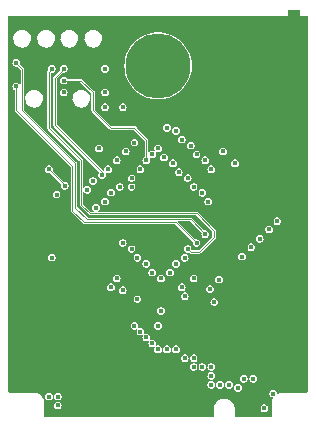
<source format=gbr>
%TF.GenerationSoftware,KiCad,Pcbnew,7.0.1*%
%TF.CreationDate,2023-06-21T13:58:22+02:00*%
%TF.ProjectId,rtl872xd-dev-board,72746c38-3732-4786-942d-6465762d626f,0.1.0*%
%TF.SameCoordinates,Original*%
%TF.FileFunction,Copper,L2,Inr*%
%TF.FilePolarity,Positive*%
%FSLAX46Y46*%
G04 Gerber Fmt 4.6, Leading zero omitted, Abs format (unit mm)*
G04 Created by KiCad (PCBNEW 7.0.1) date 2023-06-21 13:58:22*
%MOMM*%
%LPD*%
G01*
G04 APERTURE LIST*
%TA.AperFunction,ComponentPad*%
%ADD10C,5.500000*%
%TD*%
%TA.AperFunction,ComponentPad*%
%ADD11R,1.070000X1.000000*%
%TD*%
%TA.AperFunction,ViaPad*%
%ADD12C,0.400000*%
%TD*%
%TA.AperFunction,Conductor*%
%ADD13C,0.100000*%
%TD*%
G04 APERTURE END LIST*
D10*
%TO.N,N/C*%
%TO.C,J2*%
X127000000Y-113250000D03*
%TD*%
D11*
%TO.N,GND*%
%TO.C,AE1*%
X138500000Y-109000000D03*
%TD*%
D12*
%TO.N,/PB1*%
X123750000Y-123500000D03*
%TO.N,/PB30*%
X127750000Y-137250000D03*
X127250000Y-134000000D03*
%TO.N,/PB28*%
X125250000Y-133000000D03*
X126500000Y-136750000D03*
%TO.N,/PA0*%
X130000000Y-138750000D03*
X127250000Y-131250000D03*
%TO.N,/PA4*%
X131500000Y-138750000D03*
X129000000Y-132000000D03*
%TO.N,/PA2*%
X128000000Y-130750000D03*
X130750000Y-138750000D03*
%TO.N,/PA1*%
X131500000Y-140250000D03*
X130000000Y-131250000D03*
%TO.N,GND*%
X121000000Y-110000000D03*
X118000000Y-112000000D03*
X117750000Y-121250000D03*
X124250000Y-124250000D03*
X131000000Y-110000000D03*
X126750000Y-142000000D03*
X136000000Y-110000000D03*
X135500000Y-141750000D03*
X137000000Y-110000000D03*
X133500000Y-141500000D03*
X115000000Y-114000000D03*
X122000000Y-110000000D03*
X123750000Y-142000000D03*
X119000000Y-110000000D03*
X132750000Y-132000000D03*
X115000000Y-110000000D03*
X122000000Y-112000000D03*
X138000000Y-110000000D03*
X118000000Y-127750000D03*
X123000000Y-128000000D03*
X118000000Y-110000000D03*
X132000000Y-110000000D03*
X126000000Y-110000000D03*
X123250000Y-116750000D03*
X128250000Y-142000000D03*
X132500000Y-125500000D03*
X124000000Y-110000000D03*
X123500000Y-127500000D03*
X120000000Y-110000000D03*
X139000000Y-110000000D03*
X119250000Y-122000000D03*
X121250000Y-120250000D03*
X133000000Y-126000000D03*
X117000000Y-110000000D03*
X125250000Y-142000000D03*
X129000000Y-110000000D03*
X123000000Y-110000000D03*
X122500000Y-114500000D03*
X129750000Y-142000000D03*
X132000000Y-125000000D03*
X130000000Y-110000000D03*
X133000000Y-110000000D03*
X116000000Y-110000000D03*
X125000000Y-110000000D03*
X127000000Y-110000000D03*
X122000000Y-142250000D03*
X132500000Y-133000000D03*
X128000000Y-110000000D03*
X123500000Y-134250000D03*
%TO.N,/PA5*%
X131500000Y-139500000D03*
X128500000Y-130000000D03*
%TO.N,/PA6*%
X132250000Y-140250000D03*
X129250000Y-129500000D03*
%TO.N,/PA9*%
X131250000Y-124750000D03*
%TO.N,/PA10*%
X130750000Y-124000000D03*
%TO.N,/PA11*%
X131500000Y-122000000D03*
X117750000Y-141250000D03*
%TO.N,/PA12*%
X130000000Y-123500000D03*
%TO.N,/PA13*%
X118500000Y-141250000D03*
X131000000Y-121250000D03*
%TO.N,/PA14*%
X136750000Y-141000000D03*
X129500000Y-122750000D03*
%TO.N,/PA15*%
X130250000Y-120750000D03*
%TO.N,/PA16*%
X128750000Y-122250000D03*
%TO.N,/PA17*%
X129750000Y-120000000D03*
%TO.N,/PA18*%
X128250000Y-121500000D03*
%TO.N,/PA19*%
X129000000Y-119500000D03*
%TO.N,/PA20*%
X127500000Y-121000000D03*
%TO.N,/PA21*%
X128500000Y-118750000D03*
%TO.N,/PA22*%
X127000000Y-120250000D03*
%TO.N,/PA23*%
X127750000Y-118500000D03*
%TO.N,/PA24*%
X126500000Y-120750000D03*
%TO.N,/PA31*%
X125000000Y-119750000D03*
%TO.N,/PB0*%
X125500000Y-122000000D03*
%TO.N,/PA30*%
X124250000Y-120500000D03*
%TO.N,/PA28*%
X123500000Y-121250000D03*
%TO.N,/PB2*%
X122750000Y-122000000D03*
%TO.N,/PB3*%
X119000000Y-113500000D03*
X122250000Y-122500000D03*
%TO.N,/PB4*%
X123000000Y-123979899D03*
%TO.N,/PB5*%
X121500000Y-123000000D03*
%TO.N,/PB6*%
X122500000Y-124750000D03*
%TO.N,/PB7*%
X121000000Y-123750000D03*
%TO.N,/PB18*%
X126000000Y-136250000D03*
X124000000Y-128250000D03*
%TO.N,/PB20*%
X127000000Y-137250000D03*
X124750000Y-128750000D03*
%TO.N,/PB21*%
X123500000Y-131250000D03*
X125500000Y-135750000D03*
%TO.N,/PB22*%
X125250000Y-129500000D03*
X128500000Y-137250000D03*
%TO.N,+3V3*%
X133500000Y-121500000D03*
X122500000Y-115500000D03*
X124000000Y-116750000D03*
X137100000Y-126400000D03*
X118500000Y-142000000D03*
X136400000Y-127100000D03*
X131750000Y-133250000D03*
X122000000Y-120250000D03*
X132150000Y-131350000D03*
X118400000Y-124150000D03*
X136000000Y-142250000D03*
X119000000Y-115500000D03*
X129250000Y-132750002D03*
X118000000Y-129480000D03*
X134100000Y-129400000D03*
X127000000Y-135250000D03*
%TO.N,/PB23*%
X125000000Y-135250000D03*
X123000000Y-132000000D03*
%TO.N,/PB29*%
X129250000Y-138000000D03*
X126000000Y-130000000D03*
%TO.N,VDD*%
X119100000Y-123400000D03*
X124000000Y-132250000D03*
X117750000Y-122000000D03*
X131400000Y-132150000D03*
X134900000Y-128600000D03*
X132500000Y-120500000D03*
X122500000Y-116750000D03*
X135600000Y-127900000D03*
%TO.N,/PB31*%
X126500000Y-130750000D03*
X130000000Y-138000000D03*
%TO.N,/VBAT_MEAS*%
X121750000Y-125250000D03*
%TO.N,/USB.D-*%
X124750000Y-123500000D03*
X134250000Y-139750000D03*
%TO.N,/USB.D+*%
X124750000Y-122750000D03*
X135050000Y-139750000D03*
%TO.N,/~{RESET}*%
X129500000Y-128750000D03*
X122500000Y-113500000D03*
X118000000Y-113500000D03*
%TO.N,/SWD.SWDIO*%
X119000000Y-114500000D03*
X126000000Y-121250000D03*
%TO.N,/UART_{LOG}.TX*%
X130250000Y-128250000D03*
X115000000Y-115000000D03*
X133000000Y-140250000D03*
%TO.N,/UART_{LOG}.RX*%
X133750000Y-140500000D03*
X115000000Y-113000000D03*
X131000000Y-127500000D03*
%TD*%
D13*
%TO.N,/PB3*%
X122250000Y-122500000D02*
X122250000Y-122250000D01*
X118250000Y-118250000D02*
X118250000Y-114250000D01*
X118250000Y-114250000D02*
X119000000Y-113500000D01*
X122250000Y-122250000D02*
X118250000Y-118250000D01*
%TO.N,VDD*%
X117750000Y-122000000D02*
X119100000Y-123350000D01*
X119100000Y-123350000D02*
X119100000Y-123400000D01*
%TO.N,/~{RESET}*%
X120500000Y-121250000D02*
X117750000Y-118500000D01*
X131750000Y-127250000D02*
X130250000Y-125750000D01*
X129750000Y-129000000D02*
X130500000Y-129000000D01*
X131750000Y-127750000D02*
X131750000Y-127250000D01*
X130250000Y-125750000D02*
X121250000Y-125750000D01*
X130500000Y-129000000D02*
X131750000Y-127750000D01*
X121250000Y-125750000D02*
X120500000Y-125000000D01*
X129500000Y-128750000D02*
X129750000Y-129000000D01*
X120500000Y-125000000D02*
X120500000Y-121250000D01*
X117750000Y-118500000D02*
X117750000Y-113750000D01*
X117750000Y-113750000D02*
X118000000Y-113500000D01*
%TO.N,/SWD.SWDIO*%
X120500000Y-114500000D02*
X121500000Y-115500000D01*
X126000000Y-119500000D02*
X126000000Y-121250000D01*
X121500000Y-117000000D02*
X123000000Y-118500000D01*
X125000000Y-118500000D02*
X126000000Y-119500000D01*
X121500000Y-115500000D02*
X121500000Y-117000000D01*
X123000000Y-118500000D02*
X125000000Y-118500000D01*
X119000000Y-114500000D02*
X120500000Y-114500000D01*
%TO.N,/UART_{LOG}.TX*%
X120750000Y-126500000D02*
X119750000Y-125500000D01*
X128500000Y-126500000D02*
X120750000Y-126500000D01*
X115000000Y-117000000D02*
X115000000Y-115000000D01*
X130250000Y-128250000D02*
X128500000Y-126500000D01*
X119750000Y-121750000D02*
X115000000Y-117000000D01*
X119750000Y-125500000D02*
X119750000Y-121750000D01*
%TO.N,/UART_{LOG}.RX*%
X115500000Y-117000000D02*
X115500000Y-113500000D01*
X115500000Y-113500000D02*
X115000000Y-113000000D01*
X131000000Y-127500000D02*
X129750000Y-126250000D01*
X120000000Y-125250000D02*
X120000000Y-121500000D01*
X121000000Y-126250000D02*
X120000000Y-125250000D01*
X120000000Y-121500000D02*
X115500000Y-117000000D01*
X129750000Y-126250000D02*
X121000000Y-126250000D01*
%TD*%
%TA.AperFunction,Conductor*%
%TO.N,GND*%
G36*
X139685148Y-109014352D02*
G01*
X139699500Y-109049000D01*
X139699500Y-140746142D01*
X139698897Y-140753808D01*
X139690949Y-140803985D01*
X139686211Y-140818565D01*
X139664921Y-140860349D01*
X139655910Y-140872751D01*
X139622751Y-140905910D01*
X139610349Y-140914921D01*
X139568565Y-140936211D01*
X139553985Y-140940949D01*
X139509831Y-140947942D01*
X139503806Y-140948897D01*
X139496142Y-140949500D01*
X137371155Y-140949500D01*
X137216503Y-140980262D01*
X137142938Y-141010733D01*
X137114278Y-141013451D01*
X137089038Y-140999604D01*
X137075931Y-140973973D01*
X137060588Y-140886955D01*
X137052387Y-140872751D01*
X137003194Y-140787545D01*
X136915260Y-140713759D01*
X136807394Y-140674500D01*
X136692606Y-140674500D01*
X136584740Y-140713759D01*
X136496805Y-140787546D01*
X136439412Y-140886953D01*
X136419479Y-141000000D01*
X136439412Y-141113046D01*
X136496805Y-141212454D01*
X136584739Y-141286240D01*
X136700725Y-141328455D01*
X136700067Y-141330260D01*
X136715874Y-141335626D01*
X136733375Y-141361818D01*
X136731315Y-141393251D01*
X136680262Y-141516503D01*
X136649500Y-141671155D01*
X136649500Y-142951000D01*
X136635148Y-142985648D01*
X136600500Y-143000000D01*
X133549500Y-143000000D01*
X133514852Y-142985648D01*
X133500500Y-142951000D01*
X133500500Y-142261306D01*
X133498251Y-142250000D01*
X135669479Y-142250000D01*
X135689412Y-142363046D01*
X135746805Y-142462454D01*
X135746806Y-142462455D01*
X135834739Y-142536240D01*
X135942606Y-142575500D01*
X136057394Y-142575500D01*
X136165261Y-142536240D01*
X136253194Y-142462455D01*
X136310588Y-142363045D01*
X136330521Y-142250000D01*
X136310588Y-142136955D01*
X136281939Y-142087334D01*
X136253194Y-142037545D01*
X136165260Y-141963759D01*
X136057394Y-141924500D01*
X135942606Y-141924500D01*
X135834740Y-141963759D01*
X135746805Y-142037546D01*
X135689412Y-142136953D01*
X135669479Y-142250000D01*
X133498251Y-142250000D01*
X133465894Y-142087334D01*
X133429719Y-141999999D01*
X133398013Y-141923453D01*
X133299464Y-141775965D01*
X133299463Y-141775963D01*
X133174036Y-141650536D01*
X133038934Y-141560264D01*
X133026547Y-141551987D01*
X133022955Y-141550499D01*
X132862665Y-141484105D01*
X132688694Y-141449500D01*
X132688691Y-141449500D01*
X132647595Y-141449500D01*
X132600000Y-141449500D01*
X132511309Y-141449500D01*
X132511306Y-141449500D01*
X132337334Y-141484105D01*
X132173454Y-141551986D01*
X132025963Y-141650536D01*
X131900536Y-141775963D01*
X131801986Y-141923454D01*
X131734105Y-142087334D01*
X131699500Y-142261306D01*
X131699500Y-142951000D01*
X131685148Y-142985648D01*
X131650500Y-143000000D01*
X117399500Y-143000000D01*
X117364852Y-142985648D01*
X117350500Y-142951000D01*
X117350500Y-142000000D01*
X118169479Y-142000000D01*
X118189412Y-142113046D01*
X118246805Y-142212454D01*
X118246806Y-142212455D01*
X118334739Y-142286240D01*
X118442606Y-142325500D01*
X118557394Y-142325500D01*
X118665261Y-142286240D01*
X118753194Y-142212455D01*
X118810588Y-142113045D01*
X118830521Y-142000000D01*
X118810588Y-141886955D01*
X118753194Y-141787545D01*
X118665261Y-141713760D01*
X118665260Y-141713759D01*
X118557394Y-141674500D01*
X118442606Y-141674500D01*
X118334740Y-141713759D01*
X118246805Y-141787546D01*
X118189412Y-141886953D01*
X118169479Y-142000000D01*
X117350500Y-142000000D01*
X117350500Y-141671155D01*
X117319737Y-141516504D01*
X117306317Y-141484106D01*
X117259394Y-141370821D01*
X117178664Y-141250000D01*
X117419479Y-141250000D01*
X117439412Y-141363046D01*
X117496805Y-141462454D01*
X117496806Y-141462455D01*
X117584739Y-141536240D01*
X117692606Y-141575500D01*
X117807394Y-141575500D01*
X117915261Y-141536240D01*
X118003194Y-141462455D01*
X118060588Y-141363045D01*
X118076744Y-141271415D01*
X118089109Y-141249999D01*
X118160890Y-141249999D01*
X118173255Y-141271415D01*
X118189412Y-141363045D01*
X118206851Y-141393251D01*
X118245038Y-141459394D01*
X118246806Y-141462455D01*
X118334739Y-141536240D01*
X118442606Y-141575500D01*
X118557394Y-141575500D01*
X118665261Y-141536240D01*
X118753194Y-141462455D01*
X118810588Y-141363045D01*
X118830521Y-141250000D01*
X118810588Y-141136955D01*
X118753194Y-141037545D01*
X118707978Y-140999604D01*
X118665260Y-140963759D01*
X118557394Y-140924500D01*
X118442606Y-140924500D01*
X118334740Y-140963759D01*
X118246805Y-141037546D01*
X118189412Y-141136953D01*
X118189411Y-141136955D01*
X118189412Y-141136955D01*
X118176100Y-141212455D01*
X118173256Y-141228582D01*
X118160890Y-141249999D01*
X118089109Y-141249999D01*
X118076744Y-141228582D01*
X118060588Y-141136955D01*
X118003194Y-141037545D01*
X117957978Y-140999604D01*
X117915260Y-140963759D01*
X117807394Y-140924500D01*
X117692606Y-140924500D01*
X117584740Y-140963759D01*
X117496805Y-141037546D01*
X117439412Y-141136953D01*
X117419479Y-141250000D01*
X117178664Y-141250000D01*
X117171789Y-141239711D01*
X117171788Y-141239709D01*
X117060290Y-141128211D01*
X116973078Y-141069938D01*
X116929179Y-141040606D01*
X116926436Y-141039470D01*
X116783495Y-140980262D01*
X116628845Y-140949500D01*
X116628842Y-140949500D01*
X116606173Y-140949500D01*
X116056173Y-140949500D01*
X114555550Y-140949500D01*
X114555544Y-140949499D01*
X114547595Y-140949499D01*
X114503858Y-140949499D01*
X114496193Y-140948896D01*
X114488950Y-140947748D01*
X114446014Y-140940948D01*
X114431434Y-140936210D01*
X114389650Y-140914920D01*
X114377248Y-140905909D01*
X114344090Y-140872751D01*
X114335079Y-140860349D01*
X114313789Y-140818565D01*
X114309051Y-140803984D01*
X114301104Y-140753807D01*
X114300501Y-140746142D01*
X114300501Y-140692660D01*
X114300500Y-140692656D01*
X114300500Y-140250000D01*
X131169479Y-140250000D01*
X131189412Y-140363046D01*
X131203215Y-140386953D01*
X131246806Y-140462455D01*
X131334739Y-140536240D01*
X131442606Y-140575500D01*
X131557394Y-140575500D01*
X131665261Y-140536240D01*
X131753194Y-140462455D01*
X131810588Y-140363045D01*
X131826744Y-140271415D01*
X131839109Y-140249999D01*
X131910890Y-140249999D01*
X131923255Y-140271415D01*
X131939412Y-140363045D01*
X131996806Y-140462455D01*
X132084739Y-140536240D01*
X132192606Y-140575500D01*
X132307394Y-140575500D01*
X132415261Y-140536240D01*
X132503194Y-140462455D01*
X132560588Y-140363045D01*
X132576744Y-140271415D01*
X132589109Y-140249999D01*
X132660890Y-140249999D01*
X132673255Y-140271415D01*
X132689412Y-140363045D01*
X132746806Y-140462455D01*
X132834739Y-140536240D01*
X132942606Y-140575500D01*
X133057394Y-140575500D01*
X133165261Y-140536240D01*
X133208450Y-140500000D01*
X133419479Y-140500000D01*
X133439412Y-140613046D01*
X133496805Y-140712454D01*
X133496806Y-140712455D01*
X133584739Y-140786240D01*
X133692606Y-140825500D01*
X133807394Y-140825500D01*
X133915261Y-140786240D01*
X134003194Y-140712455D01*
X134060588Y-140613045D01*
X134080521Y-140500000D01*
X134060588Y-140386955D01*
X134003194Y-140287545D01*
X133915261Y-140213760D01*
X133915260Y-140213759D01*
X133807394Y-140174500D01*
X133692606Y-140174500D01*
X133584740Y-140213759D01*
X133496805Y-140287546D01*
X133439412Y-140386953D01*
X133419479Y-140500000D01*
X133208450Y-140500000D01*
X133253194Y-140462455D01*
X133310588Y-140363045D01*
X133330521Y-140250000D01*
X133310588Y-140136955D01*
X133253194Y-140037545D01*
X133165261Y-139963760D01*
X133165260Y-139963759D01*
X133057394Y-139924500D01*
X132942606Y-139924500D01*
X132834740Y-139963759D01*
X132746805Y-140037546D01*
X132689412Y-140136953D01*
X132689411Y-140136955D01*
X132689412Y-140136955D01*
X132675870Y-140213759D01*
X132673256Y-140228582D01*
X132660890Y-140249999D01*
X132589109Y-140249999D01*
X132576744Y-140228582D01*
X132560588Y-140136955D01*
X132503194Y-140037545D01*
X132415261Y-139963760D01*
X132415260Y-139963759D01*
X132307394Y-139924500D01*
X132192606Y-139924500D01*
X132084740Y-139963759D01*
X131996805Y-140037546D01*
X131939412Y-140136953D01*
X131939411Y-140136955D01*
X131939412Y-140136955D01*
X131925870Y-140213759D01*
X131923256Y-140228582D01*
X131910890Y-140249999D01*
X131839109Y-140249999D01*
X131826744Y-140228582D01*
X131810588Y-140136955D01*
X131753194Y-140037545D01*
X131665261Y-139963760D01*
X131665260Y-139963759D01*
X131557394Y-139924500D01*
X131442606Y-139924500D01*
X131334740Y-139963759D01*
X131246805Y-140037546D01*
X131189412Y-140136953D01*
X131169479Y-140250000D01*
X114300500Y-140250000D01*
X114300500Y-139500000D01*
X131169479Y-139500000D01*
X131189412Y-139613046D01*
X131203215Y-139636953D01*
X131246806Y-139712455D01*
X131334739Y-139786240D01*
X131442606Y-139825500D01*
X131557394Y-139825500D01*
X131665261Y-139786240D01*
X131708450Y-139750000D01*
X133919479Y-139750000D01*
X133939412Y-139863046D01*
X133996805Y-139962454D01*
X133996806Y-139962455D01*
X134084739Y-140036240D01*
X134192606Y-140075500D01*
X134307394Y-140075500D01*
X134415261Y-140036240D01*
X134503194Y-139962455D01*
X134560588Y-139863045D01*
X134580521Y-139750000D01*
X134719479Y-139750000D01*
X134739412Y-139863046D01*
X134796805Y-139962454D01*
X134796806Y-139962455D01*
X134884739Y-140036240D01*
X134992606Y-140075500D01*
X135107394Y-140075500D01*
X135215261Y-140036240D01*
X135303194Y-139962455D01*
X135360588Y-139863045D01*
X135380521Y-139750000D01*
X135360588Y-139636955D01*
X135303194Y-139537545D01*
X135215261Y-139463760D01*
X135215260Y-139463759D01*
X135107394Y-139424500D01*
X134992606Y-139424500D01*
X134884740Y-139463759D01*
X134796805Y-139537546D01*
X134739412Y-139636953D01*
X134719479Y-139750000D01*
X134580521Y-139750000D01*
X134560588Y-139636955D01*
X134503194Y-139537545D01*
X134415261Y-139463760D01*
X134415260Y-139463759D01*
X134307394Y-139424500D01*
X134192606Y-139424500D01*
X134084740Y-139463759D01*
X133996805Y-139537546D01*
X133939412Y-139636953D01*
X133919479Y-139750000D01*
X131708450Y-139750000D01*
X131753194Y-139712455D01*
X131810588Y-139613045D01*
X131830521Y-139500000D01*
X131810588Y-139386955D01*
X131753194Y-139287545D01*
X131665261Y-139213760D01*
X131665260Y-139213759D01*
X131557394Y-139174500D01*
X131442606Y-139174500D01*
X131334740Y-139213759D01*
X131246805Y-139287546D01*
X131189412Y-139386953D01*
X131169479Y-139500000D01*
X114300500Y-139500000D01*
X114300500Y-138750000D01*
X129669479Y-138750000D01*
X129689412Y-138863046D01*
X129746805Y-138962454D01*
X129746806Y-138962455D01*
X129834739Y-139036240D01*
X129942606Y-139075500D01*
X130057394Y-139075500D01*
X130165261Y-139036240D01*
X130253194Y-138962455D01*
X130310588Y-138863045D01*
X130326744Y-138771415D01*
X130339109Y-138749999D01*
X130410890Y-138749999D01*
X130423255Y-138771415D01*
X130439412Y-138863045D01*
X130496806Y-138962455D01*
X130584739Y-139036240D01*
X130692606Y-139075500D01*
X130807394Y-139075500D01*
X130915261Y-139036240D01*
X131003194Y-138962455D01*
X131060588Y-138863045D01*
X131076744Y-138771415D01*
X131089109Y-138749999D01*
X131160890Y-138749999D01*
X131173255Y-138771415D01*
X131189412Y-138863045D01*
X131246806Y-138962455D01*
X131334739Y-139036240D01*
X131442606Y-139075500D01*
X131557394Y-139075500D01*
X131665261Y-139036240D01*
X131753194Y-138962455D01*
X131810588Y-138863045D01*
X131830521Y-138750000D01*
X131810588Y-138636955D01*
X131753194Y-138537545D01*
X131665261Y-138463760D01*
X131665260Y-138463759D01*
X131557394Y-138424500D01*
X131442606Y-138424500D01*
X131334740Y-138463759D01*
X131246805Y-138537546D01*
X131189412Y-138636953D01*
X131173256Y-138728582D01*
X131160890Y-138749999D01*
X131089109Y-138749999D01*
X131076744Y-138728582D01*
X131060588Y-138636955D01*
X131003194Y-138537545D01*
X130915261Y-138463760D01*
X130915260Y-138463759D01*
X130807394Y-138424500D01*
X130692606Y-138424500D01*
X130584740Y-138463759D01*
X130496805Y-138537546D01*
X130439412Y-138636953D01*
X130423256Y-138728582D01*
X130410890Y-138749999D01*
X130339109Y-138749999D01*
X130326744Y-138728582D01*
X130310588Y-138636955D01*
X130253194Y-138537545D01*
X130165261Y-138463760D01*
X130165260Y-138463759D01*
X130057394Y-138424500D01*
X129942606Y-138424500D01*
X129834740Y-138463759D01*
X129746805Y-138537546D01*
X129689412Y-138636953D01*
X129669479Y-138750000D01*
X114300500Y-138750000D01*
X114300500Y-138000000D01*
X128919479Y-138000000D01*
X128939412Y-138113046D01*
X128996805Y-138212454D01*
X128996806Y-138212455D01*
X129084739Y-138286240D01*
X129192606Y-138325500D01*
X129307394Y-138325500D01*
X129415261Y-138286240D01*
X129503194Y-138212455D01*
X129560588Y-138113045D01*
X129576744Y-138021415D01*
X129589109Y-137999999D01*
X129660890Y-137999999D01*
X129673255Y-138021415D01*
X129689412Y-138113045D01*
X129746806Y-138212455D01*
X129834739Y-138286240D01*
X129942606Y-138325500D01*
X130057394Y-138325500D01*
X130165261Y-138286240D01*
X130253194Y-138212455D01*
X130310588Y-138113045D01*
X130330521Y-138000000D01*
X130310588Y-137886955D01*
X130253194Y-137787545D01*
X130165261Y-137713760D01*
X130165260Y-137713759D01*
X130057394Y-137674500D01*
X129942606Y-137674500D01*
X129834740Y-137713759D01*
X129746805Y-137787546D01*
X129689412Y-137886953D01*
X129673256Y-137978582D01*
X129660890Y-137999999D01*
X129589109Y-137999999D01*
X129576744Y-137978582D01*
X129560588Y-137886955D01*
X129503194Y-137787545D01*
X129415261Y-137713760D01*
X129415260Y-137713759D01*
X129307394Y-137674500D01*
X129192606Y-137674500D01*
X129084740Y-137713759D01*
X128996805Y-137787546D01*
X128939412Y-137886953D01*
X128919479Y-138000000D01*
X114300500Y-138000000D01*
X114300500Y-135250000D01*
X124669479Y-135250000D01*
X124689412Y-135363046D01*
X124746805Y-135462454D01*
X124746806Y-135462455D01*
X124834739Y-135536240D01*
X124942606Y-135575500D01*
X125057394Y-135575500D01*
X125142948Y-135544360D01*
X125172389Y-135543076D01*
X125197243Y-135558909D01*
X125208521Y-135586135D01*
X125202142Y-135614905D01*
X125189412Y-135636955D01*
X125169479Y-135749999D01*
X125169479Y-135750000D01*
X125189412Y-135863046D01*
X125246805Y-135962454D01*
X125246806Y-135962455D01*
X125334739Y-136036240D01*
X125442606Y-136075500D01*
X125557394Y-136075500D01*
X125642948Y-136044360D01*
X125672389Y-136043076D01*
X125697243Y-136058909D01*
X125708521Y-136086135D01*
X125702142Y-136114905D01*
X125689412Y-136136955D01*
X125673746Y-136225798D01*
X125669479Y-136249999D01*
X125689412Y-136363046D01*
X125746805Y-136462454D01*
X125746806Y-136462455D01*
X125834739Y-136536240D01*
X125942606Y-136575500D01*
X126057394Y-136575500D01*
X126142948Y-136544360D01*
X126172389Y-136543076D01*
X126197243Y-136558909D01*
X126208521Y-136586135D01*
X126202142Y-136614905D01*
X126189412Y-136636955D01*
X126169478Y-136750000D01*
X126169479Y-136750000D01*
X126189412Y-136863046D01*
X126246805Y-136962454D01*
X126246806Y-136962455D01*
X126334739Y-137036240D01*
X126442606Y-137075500D01*
X126557394Y-137075500D01*
X126642948Y-137044360D01*
X126672389Y-137043076D01*
X126697243Y-137058909D01*
X126708521Y-137086135D01*
X126702142Y-137114905D01*
X126689412Y-137136955D01*
X126673256Y-137228582D01*
X126669479Y-137250000D01*
X126689412Y-137363046D01*
X126746805Y-137462454D01*
X126746806Y-137462455D01*
X126834739Y-137536240D01*
X126942606Y-137575500D01*
X127057394Y-137575500D01*
X127165261Y-137536240D01*
X127253194Y-137462455D01*
X127310588Y-137363045D01*
X127326744Y-137271415D01*
X127339109Y-137249999D01*
X127410890Y-137249999D01*
X127423255Y-137271415D01*
X127439412Y-137363045D01*
X127496806Y-137462455D01*
X127584739Y-137536240D01*
X127692606Y-137575500D01*
X127807394Y-137575500D01*
X127915261Y-137536240D01*
X128003194Y-137462455D01*
X128060588Y-137363045D01*
X128076744Y-137271415D01*
X128089109Y-137249999D01*
X128160890Y-137249999D01*
X128173255Y-137271415D01*
X128189412Y-137363045D01*
X128246806Y-137462455D01*
X128334739Y-137536240D01*
X128442606Y-137575500D01*
X128557394Y-137575500D01*
X128665261Y-137536240D01*
X128753194Y-137462455D01*
X128810588Y-137363045D01*
X128830521Y-137250000D01*
X128810588Y-137136955D01*
X128753194Y-137037545D01*
X128665261Y-136963760D01*
X128665260Y-136963759D01*
X128557394Y-136924500D01*
X128442606Y-136924500D01*
X128334740Y-136963759D01*
X128246805Y-137037546D01*
X128189412Y-137136953D01*
X128173256Y-137228582D01*
X128160890Y-137249999D01*
X128089109Y-137249999D01*
X128076744Y-137228582D01*
X128060588Y-137136955D01*
X128003194Y-137037545D01*
X127915261Y-136963760D01*
X127915260Y-136963759D01*
X127807394Y-136924500D01*
X127692606Y-136924500D01*
X127584740Y-136963759D01*
X127496805Y-137037546D01*
X127439412Y-137136953D01*
X127423256Y-137228582D01*
X127410890Y-137249999D01*
X127339109Y-137249999D01*
X127326744Y-137228582D01*
X127310588Y-137136955D01*
X127253194Y-137037545D01*
X127165261Y-136963760D01*
X127165260Y-136963759D01*
X127057394Y-136924500D01*
X126942606Y-136924500D01*
X126857051Y-136955639D01*
X126827609Y-136956924D01*
X126802755Y-136941090D01*
X126791478Y-136913864D01*
X126797855Y-136885097D01*
X126810588Y-136863045D01*
X126830521Y-136750000D01*
X126810588Y-136636955D01*
X126753194Y-136537545D01*
X126665261Y-136463760D01*
X126665260Y-136463759D01*
X126557394Y-136424500D01*
X126442606Y-136424500D01*
X126357051Y-136455639D01*
X126327609Y-136456924D01*
X126302755Y-136441090D01*
X126291478Y-136413864D01*
X126297855Y-136385097D01*
X126310588Y-136363045D01*
X126330521Y-136250000D01*
X126310588Y-136136955D01*
X126253194Y-136037545D01*
X126165261Y-135963760D01*
X126165260Y-135963759D01*
X126057394Y-135924500D01*
X125942606Y-135924500D01*
X125857051Y-135955639D01*
X125827609Y-135956924D01*
X125802755Y-135941090D01*
X125791478Y-135913864D01*
X125797855Y-135885097D01*
X125810588Y-135863045D01*
X125830521Y-135750000D01*
X125810588Y-135636955D01*
X125753194Y-135537545D01*
X125665261Y-135463760D01*
X125665260Y-135463759D01*
X125557394Y-135424500D01*
X125442606Y-135424500D01*
X125357051Y-135455639D01*
X125327609Y-135456924D01*
X125302755Y-135441090D01*
X125291478Y-135413864D01*
X125297855Y-135385097D01*
X125310588Y-135363045D01*
X125330521Y-135250000D01*
X126669479Y-135250000D01*
X126689412Y-135363046D01*
X126746805Y-135462454D01*
X126746806Y-135462455D01*
X126834739Y-135536240D01*
X126942606Y-135575500D01*
X127057394Y-135575500D01*
X127165261Y-135536240D01*
X127253194Y-135462455D01*
X127310588Y-135363045D01*
X127330521Y-135250000D01*
X127310588Y-135136955D01*
X127253194Y-135037545D01*
X127165261Y-134963760D01*
X127165260Y-134963759D01*
X127057394Y-134924500D01*
X126942606Y-134924500D01*
X126834740Y-134963759D01*
X126746805Y-135037546D01*
X126689412Y-135136953D01*
X126669479Y-135250000D01*
X125330521Y-135250000D01*
X125310588Y-135136955D01*
X125253194Y-135037545D01*
X125165261Y-134963760D01*
X125165260Y-134963759D01*
X125057394Y-134924500D01*
X124942606Y-134924500D01*
X124834740Y-134963759D01*
X124746805Y-135037546D01*
X124689412Y-135136953D01*
X124669479Y-135250000D01*
X114300500Y-135250000D01*
X114300500Y-133999999D01*
X126919479Y-133999999D01*
X126939412Y-134113046D01*
X126996805Y-134212454D01*
X126996806Y-134212455D01*
X127084739Y-134286240D01*
X127192606Y-134325500D01*
X127307394Y-134325500D01*
X127415261Y-134286240D01*
X127503194Y-134212455D01*
X127560588Y-134113045D01*
X127580521Y-134000000D01*
X127560588Y-133886955D01*
X127503194Y-133787545D01*
X127415261Y-133713760D01*
X127415260Y-133713759D01*
X127307394Y-133674500D01*
X127192606Y-133674500D01*
X127084740Y-133713759D01*
X126996805Y-133787546D01*
X126939412Y-133886953D01*
X126919479Y-133999999D01*
X114300500Y-133999999D01*
X114300500Y-133000000D01*
X124919479Y-133000000D01*
X124939412Y-133113046D01*
X124953215Y-133136953D01*
X124996806Y-133212455D01*
X125084739Y-133286240D01*
X125192606Y-133325500D01*
X125307394Y-133325500D01*
X125415261Y-133286240D01*
X125458451Y-133249999D01*
X131419479Y-133249999D01*
X131439412Y-133363046D01*
X131496805Y-133462454D01*
X131496806Y-133462455D01*
X131584739Y-133536240D01*
X131692606Y-133575500D01*
X131807394Y-133575500D01*
X131915261Y-133536240D01*
X132003194Y-133462455D01*
X132060588Y-133363045D01*
X132080521Y-133250000D01*
X132060588Y-133136955D01*
X132003194Y-133037545D01*
X131915261Y-132963760D01*
X131915260Y-132963759D01*
X131807394Y-132924500D01*
X131692606Y-132924500D01*
X131584740Y-132963759D01*
X131496805Y-133037546D01*
X131439412Y-133136953D01*
X131419479Y-133249999D01*
X125458451Y-133249999D01*
X125503194Y-133212455D01*
X125560588Y-133113045D01*
X125580521Y-133000000D01*
X125560588Y-132886955D01*
X125503194Y-132787545D01*
X125458451Y-132750001D01*
X128919479Y-132750001D01*
X128939412Y-132863048D01*
X128996805Y-132962456D01*
X128996806Y-132962457D01*
X129084739Y-133036242D01*
X129192606Y-133075502D01*
X129307394Y-133075502D01*
X129415261Y-133036242D01*
X129503194Y-132962457D01*
X129560588Y-132863047D01*
X129580521Y-132750002D01*
X129560588Y-132636957D01*
X129503194Y-132537547D01*
X129415261Y-132463762D01*
X129415260Y-132463761D01*
X129307394Y-132424502D01*
X129192606Y-132424502D01*
X129084740Y-132463761D01*
X128996805Y-132537548D01*
X128939412Y-132636955D01*
X128919479Y-132750001D01*
X125458451Y-132750001D01*
X125415261Y-132713760D01*
X125415260Y-132713759D01*
X125307394Y-132674500D01*
X125192606Y-132674500D01*
X125084740Y-132713759D01*
X124996805Y-132787546D01*
X124939412Y-132886953D01*
X124919479Y-133000000D01*
X114300500Y-133000000D01*
X114300500Y-132000000D01*
X122669479Y-132000000D01*
X122689412Y-132113046D01*
X122746805Y-132212454D01*
X122746806Y-132212455D01*
X122834739Y-132286240D01*
X122942606Y-132325500D01*
X123057394Y-132325500D01*
X123165261Y-132286240D01*
X123208450Y-132250000D01*
X123669479Y-132250000D01*
X123675869Y-132286240D01*
X123689412Y-132363046D01*
X123746805Y-132462454D01*
X123746806Y-132462455D01*
X123834739Y-132536240D01*
X123942606Y-132575500D01*
X124057394Y-132575500D01*
X124165261Y-132536240D01*
X124253194Y-132462455D01*
X124310588Y-132363045D01*
X124330521Y-132250000D01*
X124310588Y-132136955D01*
X124253194Y-132037545D01*
X124208450Y-132000000D01*
X128669479Y-132000000D01*
X128689412Y-132113046D01*
X128746805Y-132212454D01*
X128746806Y-132212455D01*
X128834739Y-132286240D01*
X128942606Y-132325500D01*
X129057394Y-132325500D01*
X129165261Y-132286240D01*
X129253194Y-132212455D01*
X129289252Y-132150000D01*
X131069479Y-132150000D01*
X131089412Y-132263046D01*
X131125470Y-132325500D01*
X131146806Y-132362455D01*
X131234739Y-132436240D01*
X131342606Y-132475500D01*
X131457394Y-132475500D01*
X131565261Y-132436240D01*
X131653194Y-132362455D01*
X131710588Y-132263045D01*
X131730521Y-132150000D01*
X131710588Y-132036955D01*
X131653194Y-131937545D01*
X131565261Y-131863760D01*
X131565260Y-131863759D01*
X131457394Y-131824500D01*
X131342606Y-131824500D01*
X131234740Y-131863759D01*
X131146805Y-131937546D01*
X131089412Y-132036953D01*
X131069479Y-132150000D01*
X129289252Y-132150000D01*
X129310588Y-132113045D01*
X129330521Y-132000000D01*
X129310588Y-131886955D01*
X129297196Y-131863760D01*
X129253194Y-131787545D01*
X129165260Y-131713759D01*
X129057394Y-131674500D01*
X128942606Y-131674500D01*
X128834740Y-131713759D01*
X128746805Y-131787546D01*
X128689412Y-131886953D01*
X128669479Y-132000000D01*
X124208450Y-132000000D01*
X124165261Y-131963760D01*
X124165260Y-131963759D01*
X124057394Y-131924500D01*
X123942606Y-131924500D01*
X123834740Y-131963759D01*
X123746805Y-132037546D01*
X123689412Y-132136953D01*
X123676099Y-132212454D01*
X123669479Y-132250000D01*
X123208450Y-132250000D01*
X123253194Y-132212455D01*
X123310588Y-132113045D01*
X123330521Y-132000000D01*
X123310588Y-131886955D01*
X123297196Y-131863760D01*
X123253194Y-131787545D01*
X123165260Y-131713759D01*
X123057394Y-131674500D01*
X122942606Y-131674500D01*
X122834740Y-131713759D01*
X122746805Y-131787546D01*
X122689412Y-131886953D01*
X122669479Y-132000000D01*
X114300500Y-132000000D01*
X114300500Y-131250000D01*
X123169479Y-131250000D01*
X123189412Y-131363046D01*
X123246805Y-131462454D01*
X123246806Y-131462455D01*
X123334739Y-131536240D01*
X123442606Y-131575500D01*
X123557394Y-131575500D01*
X123665261Y-131536240D01*
X123753194Y-131462455D01*
X123810588Y-131363045D01*
X123830521Y-131250000D01*
X126919479Y-131250000D01*
X126939412Y-131363046D01*
X126996805Y-131462454D01*
X126996806Y-131462455D01*
X127084739Y-131536240D01*
X127192606Y-131575500D01*
X127307394Y-131575500D01*
X127415261Y-131536240D01*
X127503194Y-131462455D01*
X127560588Y-131363045D01*
X127580521Y-131250000D01*
X129669479Y-131250000D01*
X129689412Y-131363046D01*
X129746805Y-131462454D01*
X129746806Y-131462455D01*
X129834739Y-131536240D01*
X129942606Y-131575500D01*
X130057394Y-131575500D01*
X130165261Y-131536240D01*
X130253194Y-131462455D01*
X130310588Y-131363045D01*
X130312888Y-131350000D01*
X131819479Y-131350000D01*
X131839412Y-131463046D01*
X131896805Y-131562454D01*
X131896806Y-131562455D01*
X131984739Y-131636240D01*
X132092606Y-131675500D01*
X132207394Y-131675500D01*
X132315261Y-131636240D01*
X132403194Y-131562455D01*
X132460588Y-131463045D01*
X132480521Y-131350000D01*
X132460588Y-131236955D01*
X132403194Y-131137545D01*
X132315261Y-131063760D01*
X132315260Y-131063759D01*
X132207394Y-131024500D01*
X132092606Y-131024500D01*
X131984740Y-131063759D01*
X131896805Y-131137546D01*
X131839412Y-131236953D01*
X131819479Y-131350000D01*
X130312888Y-131350000D01*
X130330521Y-131250000D01*
X130310588Y-131136955D01*
X130253194Y-131037545D01*
X130165261Y-130963760D01*
X130165260Y-130963759D01*
X130057394Y-130924500D01*
X129942606Y-130924500D01*
X129834740Y-130963759D01*
X129746805Y-131037546D01*
X129689412Y-131136953D01*
X129669479Y-131250000D01*
X127580521Y-131250000D01*
X127560588Y-131136955D01*
X127503194Y-131037545D01*
X127415261Y-130963760D01*
X127415260Y-130963759D01*
X127307394Y-130924500D01*
X127192606Y-130924500D01*
X127084740Y-130963759D01*
X126996805Y-131037546D01*
X126939412Y-131136953D01*
X126919479Y-131250000D01*
X123830521Y-131250000D01*
X123810588Y-131136955D01*
X123753194Y-131037545D01*
X123665261Y-130963760D01*
X123665260Y-130963759D01*
X123557394Y-130924500D01*
X123442606Y-130924500D01*
X123334740Y-130963759D01*
X123246805Y-131037546D01*
X123189412Y-131136953D01*
X123169479Y-131250000D01*
X114300500Y-131250000D01*
X114300500Y-130749999D01*
X126169479Y-130749999D01*
X126189412Y-130863046D01*
X126246805Y-130962454D01*
X126246806Y-130962455D01*
X126334739Y-131036240D01*
X126442606Y-131075500D01*
X126557394Y-131075500D01*
X126665261Y-131036240D01*
X126753194Y-130962455D01*
X126810588Y-130863045D01*
X126830521Y-130750000D01*
X126830521Y-130749999D01*
X127669479Y-130749999D01*
X127689412Y-130863046D01*
X127746805Y-130962454D01*
X127746806Y-130962455D01*
X127834739Y-131036240D01*
X127942606Y-131075500D01*
X128057394Y-131075500D01*
X128165261Y-131036240D01*
X128253194Y-130962455D01*
X128310588Y-130863045D01*
X128330521Y-130750000D01*
X128310588Y-130636955D01*
X128253194Y-130537545D01*
X128165261Y-130463760D01*
X128165260Y-130463759D01*
X128057394Y-130424500D01*
X127942606Y-130424500D01*
X127834740Y-130463759D01*
X127746805Y-130537546D01*
X127689412Y-130636953D01*
X127669479Y-130749999D01*
X126830521Y-130749999D01*
X126810588Y-130636955D01*
X126753194Y-130537545D01*
X126665261Y-130463760D01*
X126665260Y-130463759D01*
X126557394Y-130424500D01*
X126442606Y-130424500D01*
X126334740Y-130463759D01*
X126246805Y-130537546D01*
X126189412Y-130636953D01*
X126169479Y-130749999D01*
X114300500Y-130749999D01*
X114300500Y-129999999D01*
X125669479Y-129999999D01*
X125689412Y-130113046D01*
X125746805Y-130212454D01*
X125746806Y-130212455D01*
X125834739Y-130286240D01*
X125942606Y-130325500D01*
X126057394Y-130325500D01*
X126165261Y-130286240D01*
X126253194Y-130212455D01*
X126310588Y-130113045D01*
X126330521Y-130000000D01*
X126330521Y-129999999D01*
X128169479Y-129999999D01*
X128189412Y-130113046D01*
X128246805Y-130212454D01*
X128246806Y-130212455D01*
X128334739Y-130286240D01*
X128442606Y-130325500D01*
X128557394Y-130325500D01*
X128665261Y-130286240D01*
X128753194Y-130212455D01*
X128810588Y-130113045D01*
X128830521Y-130000000D01*
X128810588Y-129886955D01*
X128753194Y-129787545D01*
X128665261Y-129713760D01*
X128665260Y-129713759D01*
X128557394Y-129674500D01*
X128442606Y-129674500D01*
X128334740Y-129713759D01*
X128246805Y-129787546D01*
X128189412Y-129886953D01*
X128169479Y-129999999D01*
X126330521Y-129999999D01*
X126310588Y-129886955D01*
X126253194Y-129787545D01*
X126165261Y-129713760D01*
X126165260Y-129713759D01*
X126057394Y-129674500D01*
X125942606Y-129674500D01*
X125834740Y-129713759D01*
X125746805Y-129787546D01*
X125689412Y-129886953D01*
X125669479Y-129999999D01*
X114300500Y-129999999D01*
X114300500Y-129479999D01*
X117669479Y-129479999D01*
X117689412Y-129593046D01*
X117746805Y-129692454D01*
X117746806Y-129692455D01*
X117834739Y-129766240D01*
X117942606Y-129805500D01*
X118057394Y-129805500D01*
X118165261Y-129766240D01*
X118253194Y-129692455D01*
X118310588Y-129593045D01*
X118326994Y-129500000D01*
X124919479Y-129500000D01*
X124939412Y-129613046D01*
X124985258Y-129692454D01*
X124996806Y-129712455D01*
X125084739Y-129786240D01*
X125192606Y-129825500D01*
X125307394Y-129825500D01*
X125415261Y-129786240D01*
X125503194Y-129712455D01*
X125560588Y-129613045D01*
X125580521Y-129500000D01*
X128919479Y-129500000D01*
X128939412Y-129613046D01*
X128985258Y-129692454D01*
X128996806Y-129712455D01*
X129084739Y-129786240D01*
X129192606Y-129825500D01*
X129307394Y-129825500D01*
X129415261Y-129786240D01*
X129503194Y-129712455D01*
X129560588Y-129613045D01*
X129580521Y-129500000D01*
X129562888Y-129399999D01*
X133769479Y-129399999D01*
X133789412Y-129513046D01*
X133835600Y-129593046D01*
X133846806Y-129612455D01*
X133934739Y-129686240D01*
X134042606Y-129725500D01*
X134157394Y-129725500D01*
X134265261Y-129686240D01*
X134353194Y-129612455D01*
X134410588Y-129513045D01*
X134430521Y-129400000D01*
X134410588Y-129286955D01*
X134353194Y-129187545D01*
X134294831Y-129138572D01*
X134265260Y-129113759D01*
X134157394Y-129074500D01*
X134042606Y-129074500D01*
X133934740Y-129113759D01*
X133846805Y-129187546D01*
X133789412Y-129286953D01*
X133769479Y-129399999D01*
X129562888Y-129399999D01*
X129560588Y-129386955D01*
X129503194Y-129287545D01*
X129415261Y-129213760D01*
X129415260Y-129213759D01*
X129307394Y-129174500D01*
X129192606Y-129174500D01*
X129084740Y-129213759D01*
X128996805Y-129287546D01*
X128939412Y-129386953D01*
X128919479Y-129500000D01*
X125580521Y-129500000D01*
X125560588Y-129386955D01*
X125503194Y-129287545D01*
X125415261Y-129213760D01*
X125415260Y-129213759D01*
X125307394Y-129174500D01*
X125192606Y-129174500D01*
X125084740Y-129213759D01*
X124996805Y-129287546D01*
X124939412Y-129386953D01*
X124919479Y-129500000D01*
X118326994Y-129500000D01*
X118330521Y-129480000D01*
X118310588Y-129366955D01*
X118253194Y-129267545D01*
X118165261Y-129193760D01*
X118165260Y-129193759D01*
X118057394Y-129154500D01*
X117942606Y-129154500D01*
X117834740Y-129193759D01*
X117746805Y-129267546D01*
X117689412Y-129366953D01*
X117669479Y-129479999D01*
X114300500Y-129479999D01*
X114300500Y-128749999D01*
X124419479Y-128749999D01*
X124439412Y-128863046D01*
X124475470Y-128925500D01*
X124496806Y-128962455D01*
X124584739Y-129036240D01*
X124692606Y-129075500D01*
X124807394Y-129075500D01*
X124915261Y-129036240D01*
X125003194Y-128962455D01*
X125060588Y-128863045D01*
X125080521Y-128750000D01*
X125060588Y-128636955D01*
X125003194Y-128537545D01*
X124915261Y-128463760D01*
X124915260Y-128463759D01*
X124807394Y-128424500D01*
X124692606Y-128424500D01*
X124584740Y-128463759D01*
X124496805Y-128537546D01*
X124439412Y-128636953D01*
X124419479Y-128749999D01*
X114300500Y-128749999D01*
X114300500Y-128250000D01*
X123669479Y-128250000D01*
X123689412Y-128363046D01*
X123746805Y-128462454D01*
X123746806Y-128462455D01*
X123834739Y-128536240D01*
X123942606Y-128575500D01*
X124057394Y-128575500D01*
X124165261Y-128536240D01*
X124253194Y-128462455D01*
X124310588Y-128363045D01*
X124330521Y-128250000D01*
X124310588Y-128136955D01*
X124296442Y-128112454D01*
X124253194Y-128037545D01*
X124165260Y-127963759D01*
X124057394Y-127924500D01*
X123942606Y-127924500D01*
X123834740Y-127963759D01*
X123746805Y-128037546D01*
X123689412Y-128136953D01*
X123669479Y-128250000D01*
X114300500Y-128250000D01*
X114300500Y-124150000D01*
X118069479Y-124150000D01*
X118089412Y-124263046D01*
X118125470Y-124325500D01*
X118146806Y-124362455D01*
X118234739Y-124436240D01*
X118342606Y-124475500D01*
X118457394Y-124475500D01*
X118565261Y-124436240D01*
X118653194Y-124362455D01*
X118710588Y-124263045D01*
X118730521Y-124150000D01*
X118710588Y-124036955D01*
X118653194Y-123937545D01*
X118565261Y-123863760D01*
X118565260Y-123863759D01*
X118457394Y-123824500D01*
X118342606Y-123824500D01*
X118234740Y-123863759D01*
X118146805Y-123937546D01*
X118089412Y-124036953D01*
X118069479Y-124150000D01*
X114300500Y-124150000D01*
X114300500Y-122000000D01*
X117419479Y-122000000D01*
X117439412Y-122113046D01*
X117496805Y-122212454D01*
X117496806Y-122212455D01*
X117584739Y-122286240D01*
X117692606Y-122325500D01*
X117807393Y-122325500D01*
X117807394Y-122325500D01*
X117818579Y-122321428D01*
X117845943Y-122319634D01*
X117869986Y-122332825D01*
X118776577Y-123239416D01*
X118788661Y-123259329D01*
X118790185Y-123282573D01*
X118789413Y-123286953D01*
X118789412Y-123286955D01*
X118776680Y-123359158D01*
X118769479Y-123399999D01*
X118789412Y-123513046D01*
X118846805Y-123612454D01*
X118846806Y-123612455D01*
X118934739Y-123686240D01*
X119042606Y-123725500D01*
X119157394Y-123725500D01*
X119265261Y-123686240D01*
X119353194Y-123612455D01*
X119410588Y-123513045D01*
X119430521Y-123400000D01*
X119410588Y-123286955D01*
X119353194Y-123187545D01*
X119265261Y-123113760D01*
X119265260Y-123113759D01*
X119157394Y-123074500D01*
X119057635Y-123074500D01*
X119022987Y-123060148D01*
X118080916Y-122118077D01*
X118068832Y-122098163D01*
X118067309Y-122074922D01*
X118080521Y-122000000D01*
X118060588Y-121886955D01*
X118003194Y-121787545D01*
X117915261Y-121713760D01*
X117915260Y-121713759D01*
X117807394Y-121674500D01*
X117692606Y-121674500D01*
X117584740Y-121713759D01*
X117496805Y-121787546D01*
X117439412Y-121886953D01*
X117419479Y-122000000D01*
X114300500Y-122000000D01*
X114300500Y-114999999D01*
X114669479Y-114999999D01*
X114689412Y-115113046D01*
X114746805Y-115212454D01*
X114831997Y-115283939D01*
X114844909Y-115300767D01*
X114849500Y-115321475D01*
X114849500Y-117040327D01*
X114856531Y-117052505D01*
X114861425Y-117064322D01*
X114865063Y-117077900D01*
X114865064Y-117077902D01*
X114865065Y-117077904D01*
X114922095Y-117134935D01*
X114928986Y-117141826D01*
X114928989Y-117141828D01*
X119585148Y-121797987D01*
X119599500Y-121832635D01*
X119599500Y-125540327D01*
X119606531Y-125552505D01*
X119611425Y-125564322D01*
X119615063Y-125577900D01*
X119615064Y-125577902D01*
X119615065Y-125577904D01*
X119672095Y-125634935D01*
X119678986Y-125641826D01*
X119678989Y-125641828D01*
X120608172Y-126571010D01*
X120608173Y-126571012D01*
X120615065Y-126577904D01*
X120672096Y-126634935D01*
X120685678Y-126638573D01*
X120697491Y-126643466D01*
X120709673Y-126650500D01*
X120790327Y-126650501D01*
X120790329Y-126650500D01*
X128417365Y-126650500D01*
X128452013Y-126664852D01*
X129919081Y-128131920D01*
X129931165Y-128151833D01*
X129932689Y-128175076D01*
X129919479Y-128249999D01*
X129939412Y-128363046D01*
X129996805Y-128462454D01*
X129996806Y-128462455D01*
X130084739Y-128536240D01*
X130192606Y-128575500D01*
X130307394Y-128575500D01*
X130415261Y-128536240D01*
X130503194Y-128462455D01*
X130560588Y-128363045D01*
X130580521Y-128250000D01*
X130560588Y-128136955D01*
X130546442Y-128112454D01*
X130503194Y-128037545D01*
X130415260Y-127963759D01*
X130307394Y-127924500D01*
X130192606Y-127924500D01*
X130181417Y-127928572D01*
X130154055Y-127930364D01*
X130130013Y-127917174D01*
X128696987Y-126484148D01*
X128682635Y-126449500D01*
X128696987Y-126414852D01*
X128731635Y-126400500D01*
X129667365Y-126400500D01*
X129702013Y-126414852D01*
X130669081Y-127381920D01*
X130681165Y-127401833D01*
X130682689Y-127425076D01*
X130669479Y-127499999D01*
X130689412Y-127613046D01*
X130732491Y-127687661D01*
X130746806Y-127712455D01*
X130834739Y-127786240D01*
X130942606Y-127825500D01*
X131057394Y-127825500D01*
X131165261Y-127786240D01*
X131253194Y-127712455D01*
X131310588Y-127613045D01*
X131330521Y-127500000D01*
X131310588Y-127386955D01*
X131253194Y-127287545D01*
X131165261Y-127213760D01*
X131165260Y-127213759D01*
X131057394Y-127174500D01*
X130942606Y-127174500D01*
X130931417Y-127178572D01*
X130904055Y-127180364D01*
X130880013Y-127167174D01*
X129842407Y-126129568D01*
X129827905Y-126115065D01*
X129827902Y-126115063D01*
X129814322Y-126111425D01*
X129802505Y-126106531D01*
X129790327Y-126099500D01*
X129790324Y-126099499D01*
X129703973Y-126099499D01*
X129703965Y-126099500D01*
X121082635Y-126099500D01*
X121047987Y-126085148D01*
X120164852Y-125202013D01*
X120150500Y-125167365D01*
X120150500Y-121459674D01*
X120150500Y-121459673D01*
X120143466Y-121447491D01*
X120138573Y-121435678D01*
X120134935Y-121422096D01*
X120077905Y-121365065D01*
X120077904Y-121365064D01*
X120072282Y-121359442D01*
X120072281Y-121359442D01*
X115664852Y-116952013D01*
X115650500Y-116917365D01*
X115650500Y-116083660D01*
X115750393Y-116083660D01*
X115780668Y-116255354D01*
X115849721Y-116415438D01*
X115953832Y-116555283D01*
X116087386Y-116667349D01*
X116243185Y-116745594D01*
X116380325Y-116778096D01*
X116412828Y-116785800D01*
X116412829Y-116785800D01*
X116543434Y-116785800D01*
X116543436Y-116785800D01*
X116673164Y-116770637D01*
X116836993Y-116711008D01*
X116982654Y-116615205D01*
X117102296Y-116488393D01*
X117189467Y-116337407D01*
X117239469Y-116170388D01*
X117249607Y-115996340D01*
X117219332Y-115824646D01*
X117150279Y-115664562D01*
X117046168Y-115524717D01*
X117016710Y-115499999D01*
X116912613Y-115412650D01*
X116835059Y-115373701D01*
X116756815Y-115334406D01*
X116671993Y-115314303D01*
X116587172Y-115294200D01*
X116587171Y-115294200D01*
X116456564Y-115294200D01*
X116400380Y-115300767D01*
X116326835Y-115309363D01*
X116163007Y-115368992D01*
X116017345Y-115464795D01*
X115897703Y-115591607D01*
X115810534Y-115742590D01*
X115760530Y-115909613D01*
X115751657Y-116061952D01*
X115750393Y-116083660D01*
X115650500Y-116083660D01*
X115650500Y-113796026D01*
X117599499Y-113796026D01*
X117599500Y-113796035D01*
X117599500Y-118540327D01*
X117606531Y-118552505D01*
X117611425Y-118564322D01*
X117615063Y-118577900D01*
X117615064Y-118577902D01*
X117615065Y-118577904D01*
X117672095Y-118634935D01*
X117678986Y-118641826D01*
X117678989Y-118641828D01*
X120335148Y-121297987D01*
X120349500Y-121332635D01*
X120349500Y-125040327D01*
X120356531Y-125052505D01*
X120361425Y-125064322D01*
X120365063Y-125077900D01*
X120365064Y-125077902D01*
X120365065Y-125077904D01*
X120422095Y-125134935D01*
X120428986Y-125141826D01*
X120428989Y-125141828D01*
X121115065Y-125827904D01*
X121172096Y-125884935D01*
X121185678Y-125888573D01*
X121197491Y-125893466D01*
X121209673Y-125900500D01*
X121230186Y-125900500D01*
X121290326Y-125900500D01*
X130167365Y-125900500D01*
X130202013Y-125914852D01*
X131585148Y-127297987D01*
X131599500Y-127332635D01*
X131599500Y-127667365D01*
X131585148Y-127702013D01*
X130452013Y-128835148D01*
X130417365Y-128849500D01*
X129871372Y-128849500D01*
X129844446Y-128841439D01*
X129826379Y-128819908D01*
X129823116Y-128791993D01*
X129830521Y-128750000D01*
X129810588Y-128636955D01*
X129753194Y-128537545D01*
X129665261Y-128463760D01*
X129665260Y-128463759D01*
X129557394Y-128424500D01*
X129442606Y-128424500D01*
X129334740Y-128463759D01*
X129246805Y-128537546D01*
X129189412Y-128636953D01*
X129169479Y-128749999D01*
X129189412Y-128863046D01*
X129225470Y-128925500D01*
X129246806Y-128962455D01*
X129334739Y-129036240D01*
X129442606Y-129075500D01*
X129557393Y-129075500D01*
X129557394Y-129075500D01*
X129568579Y-129071428D01*
X129595943Y-129069634D01*
X129619986Y-129082825D01*
X129672096Y-129134935D01*
X129685678Y-129138573D01*
X129697491Y-129143466D01*
X129709673Y-129150500D01*
X129730186Y-129150500D01*
X129790326Y-129150500D01*
X130459673Y-129150500D01*
X130519814Y-129150500D01*
X130540327Y-129150500D01*
X130552501Y-129143469D01*
X130564319Y-129138574D01*
X130577904Y-129134935D01*
X130634935Y-129077905D01*
X130634935Y-129077904D01*
X130641824Y-129071015D01*
X130641826Y-129071011D01*
X131112838Y-128600000D01*
X134569479Y-128600000D01*
X134589412Y-128713046D01*
X134634991Y-128791991D01*
X134646806Y-128812455D01*
X134734739Y-128886240D01*
X134842606Y-128925500D01*
X134957394Y-128925500D01*
X135065261Y-128886240D01*
X135153194Y-128812455D01*
X135210588Y-128713045D01*
X135230521Y-128600000D01*
X135210588Y-128486955D01*
X135197196Y-128463760D01*
X135153194Y-128387545D01*
X135065260Y-128313759D01*
X134957394Y-128274500D01*
X134842606Y-128274500D01*
X134734740Y-128313759D01*
X134646805Y-128387546D01*
X134589412Y-128486953D01*
X134569479Y-128600000D01*
X131112838Y-128600000D01*
X131812839Y-127900000D01*
X135269479Y-127900000D01*
X135289412Y-128013046D01*
X135346805Y-128112454D01*
X135346806Y-128112455D01*
X135434739Y-128186240D01*
X135542606Y-128225500D01*
X135657394Y-128225500D01*
X135765261Y-128186240D01*
X135853194Y-128112455D01*
X135910588Y-128013045D01*
X135930521Y-127900000D01*
X135910588Y-127786955D01*
X135853194Y-127687545D01*
X135765261Y-127613760D01*
X135765260Y-127613759D01*
X135657394Y-127574500D01*
X135542606Y-127574500D01*
X135434740Y-127613759D01*
X135346805Y-127687546D01*
X135289412Y-127786953D01*
X135269479Y-127900000D01*
X131812839Y-127900000D01*
X131870430Y-127842409D01*
X131870429Y-127842409D01*
X131884935Y-127827904D01*
X131888573Y-127814323D01*
X131893470Y-127802501D01*
X131900500Y-127790327D01*
X131900500Y-127786240D01*
X131900501Y-127709674D01*
X131900500Y-127709672D01*
X131900500Y-127230186D01*
X131900500Y-127209673D01*
X131893466Y-127197491D01*
X131888573Y-127185678D01*
X131884935Y-127172096D01*
X131827905Y-127115065D01*
X131827904Y-127115064D01*
X131822282Y-127109442D01*
X131822281Y-127109442D01*
X131812839Y-127100000D01*
X136069479Y-127100000D01*
X136089412Y-127213046D01*
X136099308Y-127230186D01*
X136146806Y-127312455D01*
X136234739Y-127386240D01*
X136342606Y-127425500D01*
X136457394Y-127425500D01*
X136565261Y-127386240D01*
X136653194Y-127312455D01*
X136710588Y-127213045D01*
X136730521Y-127100000D01*
X136710588Y-126986955D01*
X136653194Y-126887545D01*
X136565261Y-126813760D01*
X136565260Y-126813759D01*
X136457394Y-126774500D01*
X136342606Y-126774500D01*
X136234740Y-126813759D01*
X136146805Y-126887546D01*
X136089412Y-126986953D01*
X136069479Y-127100000D01*
X131812839Y-127100000D01*
X131112839Y-126400000D01*
X136769479Y-126400000D01*
X136789412Y-126513046D01*
X136826858Y-126577904D01*
X136846806Y-126612455D01*
X136934739Y-126686240D01*
X137042606Y-126725500D01*
X137157394Y-126725500D01*
X137265261Y-126686240D01*
X137353194Y-126612455D01*
X137410588Y-126513045D01*
X137430521Y-126400000D01*
X137410588Y-126286955D01*
X137353194Y-126187545D01*
X137265261Y-126113760D01*
X137265260Y-126113759D01*
X137157394Y-126074500D01*
X137042606Y-126074500D01*
X136934740Y-126113759D01*
X136846805Y-126187546D01*
X136789412Y-126286953D01*
X136769479Y-126400000D01*
X131112839Y-126400000D01*
X130342407Y-125629568D01*
X130327905Y-125615065D01*
X130327902Y-125615063D01*
X130314322Y-125611425D01*
X130302505Y-125606531D01*
X130290327Y-125599500D01*
X130290324Y-125599499D01*
X130203973Y-125599499D01*
X130203965Y-125599500D01*
X121974497Y-125599500D01*
X121946392Y-125590639D01*
X121928452Y-125567259D01*
X121927167Y-125537818D01*
X121943000Y-125512964D01*
X122003194Y-125462455D01*
X122060588Y-125363045D01*
X122080521Y-125250000D01*
X122060588Y-125136955D01*
X122003194Y-125037545D01*
X121915261Y-124963760D01*
X121915260Y-124963759D01*
X121807394Y-124924500D01*
X121692606Y-124924500D01*
X121584740Y-124963759D01*
X121496805Y-125037546D01*
X121439412Y-125136953D01*
X121419479Y-125250000D01*
X121439412Y-125363046D01*
X121496805Y-125462454D01*
X121557000Y-125512964D01*
X121572833Y-125537818D01*
X121571548Y-125567259D01*
X121553608Y-125590639D01*
X121525503Y-125599500D01*
X121332635Y-125599500D01*
X121297987Y-125585148D01*
X120664852Y-124952013D01*
X120650500Y-124917365D01*
X120650500Y-124749999D01*
X122169479Y-124749999D01*
X122189412Y-124863046D01*
X122246805Y-124962454D01*
X122246806Y-124962455D01*
X122334739Y-125036240D01*
X122442606Y-125075500D01*
X122557394Y-125075500D01*
X122665261Y-125036240D01*
X122753194Y-124962455D01*
X122810588Y-124863045D01*
X122830521Y-124750000D01*
X122830521Y-124749999D01*
X130919479Y-124749999D01*
X130939412Y-124863046D01*
X130996805Y-124962454D01*
X130996806Y-124962455D01*
X131084739Y-125036240D01*
X131192606Y-125075500D01*
X131307394Y-125075500D01*
X131415261Y-125036240D01*
X131503194Y-124962455D01*
X131560588Y-124863045D01*
X131580521Y-124750000D01*
X131560588Y-124636955D01*
X131503194Y-124537545D01*
X131415261Y-124463760D01*
X131415260Y-124463759D01*
X131307394Y-124424500D01*
X131192606Y-124424500D01*
X131084740Y-124463759D01*
X130996805Y-124537546D01*
X130939412Y-124636953D01*
X130919479Y-124749999D01*
X122830521Y-124749999D01*
X122810588Y-124636955D01*
X122753194Y-124537545D01*
X122665261Y-124463760D01*
X122665260Y-124463759D01*
X122557394Y-124424500D01*
X122442606Y-124424500D01*
X122334740Y-124463759D01*
X122246805Y-124537546D01*
X122189412Y-124636953D01*
X122169479Y-124749999D01*
X120650500Y-124749999D01*
X120650500Y-123978518D01*
X120660626Y-123948689D01*
X120686818Y-123931188D01*
X120718251Y-123933248D01*
X120741934Y-123954017D01*
X120746806Y-123962455D01*
X120834739Y-124036240D01*
X120942606Y-124075500D01*
X121057394Y-124075500D01*
X121165261Y-124036240D01*
X121232406Y-123979898D01*
X122669479Y-123979898D01*
X122689412Y-124092945D01*
X122722352Y-124149999D01*
X122746806Y-124192354D01*
X122834739Y-124266139D01*
X122942606Y-124305399D01*
X123057394Y-124305399D01*
X123165261Y-124266139D01*
X123253194Y-124192354D01*
X123310588Y-124092944D01*
X123326977Y-123999999D01*
X130419479Y-123999999D01*
X130439412Y-124113046D01*
X130496805Y-124212454D01*
X130496806Y-124212455D01*
X130584739Y-124286240D01*
X130692606Y-124325500D01*
X130807394Y-124325500D01*
X130915261Y-124286240D01*
X131003194Y-124212455D01*
X131060588Y-124113045D01*
X131080521Y-124000000D01*
X131060588Y-123886955D01*
X131047196Y-123863760D01*
X131003194Y-123787545D01*
X130915260Y-123713759D01*
X130807394Y-123674500D01*
X130692606Y-123674500D01*
X130584740Y-123713759D01*
X130496805Y-123787546D01*
X130439412Y-123886953D01*
X130419479Y-123999999D01*
X123326977Y-123999999D01*
X123330521Y-123979899D01*
X123310588Y-123866854D01*
X123308389Y-123863046D01*
X123253194Y-123767444D01*
X123165260Y-123693658D01*
X123057394Y-123654399D01*
X122942606Y-123654399D01*
X122834740Y-123693658D01*
X122746805Y-123767445D01*
X122689412Y-123866852D01*
X122669479Y-123979898D01*
X121232406Y-123979898D01*
X121253194Y-123962455D01*
X121310588Y-123863045D01*
X121330521Y-123750000D01*
X121310588Y-123636955D01*
X121296442Y-123612454D01*
X121253194Y-123537545D01*
X121208450Y-123500000D01*
X123419479Y-123500000D01*
X123439412Y-123613046D01*
X123485954Y-123693659D01*
X123496806Y-123712455D01*
X123584739Y-123786240D01*
X123692606Y-123825500D01*
X123807394Y-123825500D01*
X123915261Y-123786240D01*
X124003194Y-123712455D01*
X124060588Y-123613045D01*
X124080521Y-123500000D01*
X124419479Y-123500000D01*
X124439412Y-123613046D01*
X124485954Y-123693659D01*
X124496806Y-123712455D01*
X124584739Y-123786240D01*
X124692606Y-123825500D01*
X124807394Y-123825500D01*
X124915261Y-123786240D01*
X125003194Y-123712455D01*
X125060588Y-123613045D01*
X125080521Y-123500000D01*
X129669479Y-123500000D01*
X129689412Y-123613046D01*
X129735954Y-123693659D01*
X129746806Y-123712455D01*
X129834739Y-123786240D01*
X129942606Y-123825500D01*
X130057394Y-123825500D01*
X130165261Y-123786240D01*
X130253194Y-123712455D01*
X130310588Y-123613045D01*
X130330521Y-123500000D01*
X130310588Y-123386955D01*
X130253194Y-123287545D01*
X130219568Y-123259329D01*
X130165260Y-123213759D01*
X130057394Y-123174500D01*
X129942606Y-123174500D01*
X129834740Y-123213759D01*
X129773730Y-123264953D01*
X129752732Y-123282573D01*
X129746805Y-123287546D01*
X129689412Y-123386953D01*
X129669479Y-123500000D01*
X125080521Y-123500000D01*
X125060588Y-123386955D01*
X125003194Y-123287545D01*
X124969568Y-123259329D01*
X124915260Y-123213759D01*
X124807394Y-123174500D01*
X124692606Y-123174500D01*
X124584740Y-123213759D01*
X124523730Y-123264953D01*
X124502732Y-123282573D01*
X124496805Y-123287546D01*
X124439412Y-123386953D01*
X124419479Y-123500000D01*
X124080521Y-123500000D01*
X124060588Y-123386955D01*
X124003194Y-123287545D01*
X123969568Y-123259329D01*
X123915260Y-123213759D01*
X123807394Y-123174500D01*
X123692606Y-123174500D01*
X123584740Y-123213759D01*
X123523730Y-123264953D01*
X123502732Y-123282573D01*
X123496805Y-123287546D01*
X123439412Y-123386953D01*
X123419479Y-123500000D01*
X121208450Y-123500000D01*
X121165260Y-123463759D01*
X121057394Y-123424500D01*
X120942606Y-123424500D01*
X120834740Y-123463759D01*
X120746805Y-123537546D01*
X120741935Y-123545982D01*
X120718251Y-123566752D01*
X120686818Y-123568812D01*
X120660626Y-123551311D01*
X120650500Y-123521482D01*
X120650500Y-123000000D01*
X121169479Y-123000000D01*
X121189412Y-123113046D01*
X121232424Y-123187545D01*
X121246806Y-123212455D01*
X121334739Y-123286240D01*
X121442606Y-123325500D01*
X121557394Y-123325500D01*
X121665261Y-123286240D01*
X121753194Y-123212455D01*
X121810588Y-123113045D01*
X121830521Y-123000000D01*
X121810588Y-122886955D01*
X121753194Y-122787545D01*
X121665261Y-122713760D01*
X121665260Y-122713759D01*
X121557394Y-122674500D01*
X121442606Y-122674500D01*
X121334740Y-122713759D01*
X121246805Y-122787546D01*
X121189412Y-122886953D01*
X121169479Y-123000000D01*
X120650500Y-123000000D01*
X120650500Y-121209674D01*
X120650500Y-121209673D01*
X120643466Y-121197491D01*
X120638573Y-121185678D01*
X120634935Y-121172096D01*
X120577905Y-121115065D01*
X120577904Y-121115064D01*
X120572282Y-121109442D01*
X120572281Y-121109442D01*
X117914852Y-118452013D01*
X117900500Y-118417365D01*
X117900500Y-114296026D01*
X118099499Y-114296026D01*
X118099500Y-114296035D01*
X118099500Y-118290327D01*
X118106531Y-118302505D01*
X118111425Y-118314322D01*
X118115063Y-118327900D01*
X118115064Y-118327902D01*
X118115065Y-118327904D01*
X118172095Y-118384935D01*
X118178986Y-118391826D01*
X118178989Y-118391828D01*
X122001351Y-122214190D01*
X122014382Y-122237536D01*
X122013217Y-122264248D01*
X121998203Y-122286371D01*
X121996806Y-122287543D01*
X121952141Y-122364907D01*
X121939412Y-122386955D01*
X121926099Y-122462455D01*
X121919479Y-122499999D01*
X121939412Y-122613046D01*
X121996805Y-122712454D01*
X121996806Y-122712455D01*
X122084739Y-122786240D01*
X122192606Y-122825500D01*
X122307394Y-122825500D01*
X122415261Y-122786240D01*
X122458451Y-122749999D01*
X124419479Y-122749999D01*
X124439412Y-122863046D01*
X124453215Y-122886953D01*
X124496806Y-122962455D01*
X124584739Y-123036240D01*
X124692606Y-123075500D01*
X124807394Y-123075500D01*
X124915261Y-123036240D01*
X125003194Y-122962455D01*
X125060588Y-122863045D01*
X125080521Y-122750000D01*
X125080521Y-122749999D01*
X129169479Y-122749999D01*
X129189412Y-122863046D01*
X129203215Y-122886953D01*
X129246806Y-122962455D01*
X129334739Y-123036240D01*
X129442606Y-123075500D01*
X129557394Y-123075500D01*
X129665261Y-123036240D01*
X129753194Y-122962455D01*
X129810588Y-122863045D01*
X129830521Y-122750000D01*
X129810588Y-122636955D01*
X129753194Y-122537545D01*
X129665261Y-122463760D01*
X129665260Y-122463759D01*
X129557394Y-122424500D01*
X129442606Y-122424500D01*
X129334740Y-122463759D01*
X129246805Y-122537546D01*
X129189412Y-122636953D01*
X129169479Y-122749999D01*
X125080521Y-122749999D01*
X125060588Y-122636955D01*
X125003194Y-122537545D01*
X124915261Y-122463760D01*
X124915260Y-122463759D01*
X124807394Y-122424500D01*
X124692606Y-122424500D01*
X124584740Y-122463759D01*
X124496805Y-122537546D01*
X124439412Y-122636953D01*
X124419479Y-122749999D01*
X122458451Y-122749999D01*
X122503194Y-122712455D01*
X122560588Y-122613045D01*
X122580521Y-122500000D01*
X122560588Y-122386955D01*
X122547855Y-122364902D01*
X122541478Y-122336136D01*
X122552755Y-122308910D01*
X122577609Y-122293076D01*
X122607051Y-122294361D01*
X122692606Y-122325500D01*
X122807394Y-122325500D01*
X122915261Y-122286240D01*
X123003194Y-122212455D01*
X123060588Y-122113045D01*
X123080521Y-122000000D01*
X125169479Y-122000000D01*
X125189412Y-122113046D01*
X125246805Y-122212454D01*
X125246806Y-122212455D01*
X125334739Y-122286240D01*
X125442606Y-122325500D01*
X125557394Y-122325500D01*
X125665261Y-122286240D01*
X125708450Y-122250000D01*
X128419479Y-122250000D01*
X128439412Y-122363046D01*
X128496805Y-122462454D01*
X128496806Y-122462455D01*
X128584739Y-122536240D01*
X128692606Y-122575500D01*
X128807394Y-122575500D01*
X128915261Y-122536240D01*
X129003194Y-122462455D01*
X129060588Y-122363045D01*
X129080521Y-122250000D01*
X129060588Y-122136955D01*
X129044703Y-122109442D01*
X129003194Y-122037545D01*
X128958450Y-122000000D01*
X131169479Y-122000000D01*
X131189412Y-122113046D01*
X131246805Y-122212454D01*
X131246806Y-122212455D01*
X131334739Y-122286240D01*
X131442606Y-122325500D01*
X131557394Y-122325500D01*
X131665261Y-122286240D01*
X131753194Y-122212455D01*
X131810588Y-122113045D01*
X131830521Y-122000000D01*
X131810588Y-121886955D01*
X131753194Y-121787545D01*
X131665261Y-121713760D01*
X131665260Y-121713759D01*
X131557394Y-121674500D01*
X131442606Y-121674500D01*
X131334740Y-121713759D01*
X131246805Y-121787546D01*
X131189412Y-121886953D01*
X131169479Y-122000000D01*
X128958450Y-122000000D01*
X128915260Y-121963759D01*
X128807394Y-121924500D01*
X128692606Y-121924500D01*
X128584740Y-121963759D01*
X128496805Y-122037546D01*
X128439412Y-122136953D01*
X128419479Y-122250000D01*
X125708450Y-122250000D01*
X125753194Y-122212455D01*
X125810588Y-122113045D01*
X125830521Y-122000000D01*
X125810588Y-121886955D01*
X125753194Y-121787545D01*
X125665261Y-121713760D01*
X125665260Y-121713759D01*
X125557394Y-121674500D01*
X125442606Y-121674500D01*
X125334740Y-121713759D01*
X125246805Y-121787546D01*
X125189412Y-121886953D01*
X125169479Y-122000000D01*
X123080521Y-122000000D01*
X123060588Y-121886955D01*
X123003194Y-121787545D01*
X122915261Y-121713760D01*
X122915260Y-121713759D01*
X122807394Y-121674500D01*
X122692606Y-121674500D01*
X122584740Y-121713759D01*
X122496805Y-121787546D01*
X122439412Y-121886953D01*
X122419479Y-122000000D01*
X122436729Y-122097828D01*
X122432420Y-122128009D01*
X122411098Y-122149801D01*
X122381018Y-122154767D01*
X122353825Y-122140985D01*
X122327905Y-122115065D01*
X122327904Y-122115064D01*
X122322282Y-122109442D01*
X122322281Y-122109442D01*
X121462838Y-121249999D01*
X123169479Y-121249999D01*
X123189412Y-121363046D01*
X123245200Y-121459674D01*
X123246806Y-121462455D01*
X123334739Y-121536240D01*
X123442606Y-121575500D01*
X123557394Y-121575500D01*
X123665261Y-121536240D01*
X123753194Y-121462455D01*
X123810588Y-121363045D01*
X123830521Y-121250000D01*
X123810588Y-121136955D01*
X123794703Y-121109442D01*
X123753194Y-121037545D01*
X123665260Y-120963759D01*
X123557394Y-120924500D01*
X123442606Y-120924500D01*
X123334740Y-120963759D01*
X123246805Y-121037546D01*
X123189412Y-121136953D01*
X123169479Y-121249999D01*
X121462838Y-121249999D01*
X120462838Y-120249999D01*
X121669479Y-120249999D01*
X121689412Y-120363046D01*
X121734470Y-120441089D01*
X121746806Y-120462455D01*
X121834739Y-120536240D01*
X121942606Y-120575500D01*
X122057394Y-120575500D01*
X122165261Y-120536240D01*
X122208450Y-120500000D01*
X123919479Y-120500000D01*
X123939412Y-120613046D01*
X123996805Y-120712454D01*
X123996806Y-120712455D01*
X124084739Y-120786240D01*
X124192606Y-120825500D01*
X124307394Y-120825500D01*
X124415261Y-120786240D01*
X124503194Y-120712455D01*
X124560588Y-120613045D01*
X124580521Y-120500000D01*
X124560588Y-120386955D01*
X124503194Y-120287545D01*
X124415261Y-120213760D01*
X124415260Y-120213759D01*
X124307394Y-120174500D01*
X124192606Y-120174500D01*
X124084740Y-120213759D01*
X123996805Y-120287546D01*
X123939412Y-120386953D01*
X123919479Y-120500000D01*
X122208450Y-120500000D01*
X122253194Y-120462455D01*
X122310588Y-120363045D01*
X122330521Y-120250000D01*
X122310588Y-120136955D01*
X122253194Y-120037545D01*
X122165261Y-119963760D01*
X122165260Y-119963759D01*
X122057394Y-119924500D01*
X121942606Y-119924500D01*
X121834740Y-119963759D01*
X121746805Y-120037546D01*
X121689412Y-120136953D01*
X121669479Y-120249999D01*
X120462838Y-120249999D01*
X119962838Y-119749999D01*
X124669479Y-119749999D01*
X124689412Y-119863046D01*
X124746805Y-119962454D01*
X124746806Y-119962455D01*
X124834739Y-120036240D01*
X124942606Y-120075500D01*
X125057394Y-120075500D01*
X125165261Y-120036240D01*
X125253194Y-119962455D01*
X125310588Y-119863045D01*
X125330521Y-119750000D01*
X125310588Y-119636955D01*
X125253194Y-119537545D01*
X125165261Y-119463760D01*
X125165260Y-119463759D01*
X125057394Y-119424500D01*
X124942606Y-119424500D01*
X124834740Y-119463759D01*
X124746805Y-119537546D01*
X124689412Y-119636953D01*
X124669479Y-119749999D01*
X119962838Y-119749999D01*
X118414852Y-118202013D01*
X118400500Y-118167365D01*
X118400500Y-116083660D01*
X119750393Y-116083660D01*
X119780668Y-116255354D01*
X119849721Y-116415438D01*
X119953832Y-116555283D01*
X120087386Y-116667349D01*
X120243185Y-116745594D01*
X120380325Y-116778096D01*
X120412828Y-116785800D01*
X120412829Y-116785800D01*
X120543434Y-116785800D01*
X120543436Y-116785800D01*
X120673164Y-116770637D01*
X120836993Y-116711008D01*
X120982654Y-116615205D01*
X121102296Y-116488393D01*
X121189467Y-116337407D01*
X121239469Y-116170388D01*
X121249607Y-115996340D01*
X121219332Y-115824646D01*
X121150279Y-115664562D01*
X121046168Y-115524717D01*
X121016710Y-115499999D01*
X120912613Y-115412650D01*
X120835059Y-115373701D01*
X120756815Y-115334406D01*
X120671993Y-115314303D01*
X120587172Y-115294200D01*
X120587171Y-115294200D01*
X120456564Y-115294200D01*
X120400380Y-115300767D01*
X120326835Y-115309363D01*
X120163007Y-115368992D01*
X120017345Y-115464795D01*
X119897703Y-115591607D01*
X119810534Y-115742590D01*
X119760530Y-115909613D01*
X119751657Y-116061952D01*
X119750393Y-116083660D01*
X118400500Y-116083660D01*
X118400500Y-115499999D01*
X118669479Y-115499999D01*
X118689412Y-115613046D01*
X118719155Y-115664562D01*
X118746806Y-115712455D01*
X118834739Y-115786240D01*
X118942606Y-115825500D01*
X119057394Y-115825500D01*
X119165261Y-115786240D01*
X119253194Y-115712455D01*
X119310588Y-115613045D01*
X119330521Y-115500000D01*
X119310588Y-115386955D01*
X119294703Y-115359442D01*
X119253194Y-115287545D01*
X119165260Y-115213759D01*
X119057394Y-115174500D01*
X118942606Y-115174500D01*
X118834740Y-115213759D01*
X118758993Y-115277318D01*
X118751104Y-115283939D01*
X118746805Y-115287546D01*
X118689412Y-115386953D01*
X118669479Y-115499999D01*
X118400500Y-115499999D01*
X118400500Y-114500000D01*
X118669479Y-114500000D01*
X118689412Y-114613046D01*
X118725181Y-114675000D01*
X118746806Y-114712455D01*
X118834739Y-114786240D01*
X118942606Y-114825500D01*
X119057394Y-114825500D01*
X119165261Y-114786240D01*
X119253194Y-114712455D01*
X119274818Y-114674999D01*
X119292753Y-114657065D01*
X119317253Y-114650500D01*
X120417365Y-114650500D01*
X120452013Y-114664852D01*
X121335148Y-115547987D01*
X121349500Y-115582635D01*
X121349500Y-117040327D01*
X121356531Y-117052505D01*
X121361425Y-117064322D01*
X121365063Y-117077900D01*
X121365064Y-117077902D01*
X121365065Y-117077904D01*
X121422095Y-117134935D01*
X121428986Y-117141826D01*
X121428989Y-117141828D01*
X122865064Y-118577903D01*
X122865065Y-118577904D01*
X122922096Y-118634935D01*
X122935678Y-118638573D01*
X122947491Y-118643466D01*
X122959673Y-118650500D01*
X122980186Y-118650500D01*
X123040326Y-118650500D01*
X124917365Y-118650500D01*
X124952013Y-118664852D01*
X125835148Y-119547987D01*
X125849500Y-119582635D01*
X125849500Y-120928526D01*
X125844909Y-120949234D01*
X125831997Y-120966062D01*
X125746805Y-121037546D01*
X125689412Y-121136953D01*
X125669479Y-121249999D01*
X125689412Y-121363046D01*
X125745200Y-121459674D01*
X125746806Y-121462455D01*
X125834739Y-121536240D01*
X125942606Y-121575500D01*
X126057394Y-121575500D01*
X126165261Y-121536240D01*
X126208451Y-121499999D01*
X127919479Y-121499999D01*
X127939412Y-121613046D01*
X127996805Y-121712454D01*
X127996806Y-121712455D01*
X128084739Y-121786240D01*
X128192606Y-121825500D01*
X128307394Y-121825500D01*
X128415261Y-121786240D01*
X128503194Y-121712455D01*
X128560588Y-121613045D01*
X128580521Y-121500000D01*
X128560588Y-121386955D01*
X128544703Y-121359442D01*
X128503194Y-121287545D01*
X128458449Y-121249999D01*
X130669479Y-121249999D01*
X130689412Y-121363046D01*
X130745200Y-121459674D01*
X130746806Y-121462455D01*
X130834739Y-121536240D01*
X130942606Y-121575500D01*
X131057394Y-121575500D01*
X131165261Y-121536240D01*
X131208451Y-121499999D01*
X133169479Y-121499999D01*
X133189412Y-121613046D01*
X133246805Y-121712454D01*
X133246806Y-121712455D01*
X133334739Y-121786240D01*
X133442606Y-121825500D01*
X133557394Y-121825500D01*
X133665261Y-121786240D01*
X133753194Y-121712455D01*
X133810588Y-121613045D01*
X133830521Y-121500000D01*
X133810588Y-121386955D01*
X133794703Y-121359442D01*
X133753194Y-121287545D01*
X133665260Y-121213759D01*
X133557394Y-121174500D01*
X133442606Y-121174500D01*
X133334740Y-121213759D01*
X133246805Y-121287546D01*
X133189412Y-121386953D01*
X133169479Y-121499999D01*
X131208451Y-121499999D01*
X131253194Y-121462455D01*
X131310588Y-121363045D01*
X131330521Y-121250000D01*
X131310588Y-121136955D01*
X131294703Y-121109442D01*
X131253194Y-121037545D01*
X131165260Y-120963759D01*
X131057394Y-120924500D01*
X130942606Y-120924500D01*
X130834740Y-120963759D01*
X130746805Y-121037546D01*
X130689412Y-121136953D01*
X130669479Y-121249999D01*
X128458449Y-121249999D01*
X128415260Y-121213759D01*
X128307394Y-121174500D01*
X128192606Y-121174500D01*
X128084740Y-121213759D01*
X127996805Y-121287546D01*
X127939412Y-121386953D01*
X127919479Y-121499999D01*
X126208451Y-121499999D01*
X126253194Y-121462455D01*
X126310588Y-121363045D01*
X126330521Y-121250000D01*
X126310588Y-121136955D01*
X126297855Y-121114902D01*
X126291478Y-121086136D01*
X126302755Y-121058910D01*
X126327609Y-121043076D01*
X126357051Y-121044361D01*
X126442606Y-121075500D01*
X126557394Y-121075500D01*
X126665261Y-121036240D01*
X126708451Y-120999999D01*
X127169479Y-120999999D01*
X127189412Y-121113046D01*
X127245200Y-121209674D01*
X127246806Y-121212455D01*
X127334739Y-121286240D01*
X127442606Y-121325500D01*
X127557394Y-121325500D01*
X127665261Y-121286240D01*
X127753194Y-121212455D01*
X127810588Y-121113045D01*
X127830521Y-121000000D01*
X127810588Y-120886955D01*
X127753194Y-120787545D01*
X127708449Y-120749999D01*
X129919479Y-120749999D01*
X129939412Y-120863046D01*
X129994457Y-120958387D01*
X129996806Y-120962455D01*
X130084739Y-121036240D01*
X130192606Y-121075500D01*
X130307394Y-121075500D01*
X130415261Y-121036240D01*
X130503194Y-120962455D01*
X130560588Y-120863045D01*
X130580521Y-120750000D01*
X130560588Y-120636955D01*
X130503194Y-120537545D01*
X130458450Y-120500000D01*
X132169479Y-120500000D01*
X132189412Y-120613046D01*
X132246805Y-120712454D01*
X132246806Y-120712455D01*
X132334739Y-120786240D01*
X132442606Y-120825500D01*
X132557394Y-120825500D01*
X132665261Y-120786240D01*
X132753194Y-120712455D01*
X132810588Y-120613045D01*
X132830521Y-120500000D01*
X132810588Y-120386955D01*
X132753194Y-120287545D01*
X132665261Y-120213760D01*
X132665260Y-120213759D01*
X132557394Y-120174500D01*
X132442606Y-120174500D01*
X132334740Y-120213759D01*
X132246805Y-120287546D01*
X132189412Y-120386953D01*
X132169479Y-120500000D01*
X130458450Y-120500000D01*
X130415261Y-120463760D01*
X130415260Y-120463759D01*
X130307394Y-120424500D01*
X130192606Y-120424500D01*
X130084740Y-120463759D01*
X129996805Y-120537546D01*
X129939412Y-120636953D01*
X129919479Y-120749999D01*
X127708449Y-120749999D01*
X127665261Y-120713760D01*
X127665260Y-120713759D01*
X127557394Y-120674500D01*
X127442606Y-120674500D01*
X127334740Y-120713759D01*
X127246805Y-120787546D01*
X127189412Y-120886953D01*
X127169479Y-120999999D01*
X126708451Y-120999999D01*
X126753194Y-120962455D01*
X126810588Y-120863045D01*
X126830521Y-120750000D01*
X126810588Y-120636955D01*
X126797855Y-120614902D01*
X126791478Y-120586136D01*
X126802755Y-120558910D01*
X126827609Y-120543076D01*
X126857051Y-120544361D01*
X126897025Y-120558910D01*
X126942606Y-120575500D01*
X127057394Y-120575500D01*
X127165261Y-120536240D01*
X127253194Y-120462455D01*
X127310588Y-120363045D01*
X127330521Y-120250000D01*
X127310588Y-120136955D01*
X127253194Y-120037545D01*
X127208449Y-119999999D01*
X129419479Y-119999999D01*
X129439412Y-120113046D01*
X129496805Y-120212454D01*
X129496806Y-120212455D01*
X129584739Y-120286240D01*
X129692606Y-120325500D01*
X129807394Y-120325500D01*
X129915261Y-120286240D01*
X130003194Y-120212455D01*
X130060588Y-120113045D01*
X130080521Y-120000000D01*
X130060588Y-119886955D01*
X130003194Y-119787545D01*
X129915261Y-119713760D01*
X129915260Y-119713759D01*
X129807394Y-119674500D01*
X129692606Y-119674500D01*
X129584740Y-119713759D01*
X129496805Y-119787546D01*
X129439412Y-119886953D01*
X129419479Y-119999999D01*
X127208449Y-119999999D01*
X127165261Y-119963760D01*
X127165260Y-119963759D01*
X127057394Y-119924500D01*
X126942606Y-119924500D01*
X126834740Y-119963759D01*
X126746805Y-120037546D01*
X126689412Y-120136953D01*
X126676099Y-120212454D01*
X126669479Y-120250000D01*
X126689412Y-120363045D01*
X126702142Y-120385094D01*
X126708521Y-120413863D01*
X126697243Y-120441089D01*
X126672390Y-120456923D01*
X126642949Y-120455638D01*
X126557395Y-120424500D01*
X126557394Y-120424500D01*
X126442606Y-120424500D01*
X126334740Y-120463759D01*
X126246805Y-120537546D01*
X126241935Y-120545982D01*
X126218251Y-120566752D01*
X126186818Y-120568812D01*
X126160626Y-120551311D01*
X126150500Y-120521482D01*
X126150500Y-119499999D01*
X128669479Y-119499999D01*
X128689412Y-119613046D01*
X128746805Y-119712454D01*
X128746806Y-119712455D01*
X128834739Y-119786240D01*
X128942606Y-119825500D01*
X129057394Y-119825500D01*
X129165261Y-119786240D01*
X129253194Y-119712455D01*
X129310588Y-119613045D01*
X129330521Y-119500000D01*
X129310588Y-119386955D01*
X129294703Y-119359442D01*
X129253194Y-119287545D01*
X129165260Y-119213759D01*
X129057394Y-119174500D01*
X128942606Y-119174500D01*
X128834740Y-119213759D01*
X128746805Y-119287546D01*
X128689412Y-119386953D01*
X128669479Y-119499999D01*
X126150500Y-119499999D01*
X126150500Y-119459674D01*
X126150500Y-119459673D01*
X126143466Y-119447491D01*
X126138573Y-119435678D01*
X126134935Y-119422096D01*
X126077905Y-119365065D01*
X126077904Y-119365064D01*
X126072282Y-119359442D01*
X126072281Y-119359442D01*
X125212838Y-118499999D01*
X127419479Y-118499999D01*
X127439412Y-118613046D01*
X127496805Y-118712454D01*
X127496806Y-118712455D01*
X127584739Y-118786240D01*
X127692606Y-118825500D01*
X127807394Y-118825500D01*
X127915261Y-118786240D01*
X127958451Y-118749999D01*
X128169479Y-118749999D01*
X128189412Y-118863046D01*
X128246805Y-118962454D01*
X128246806Y-118962455D01*
X128334739Y-119036240D01*
X128442606Y-119075500D01*
X128557394Y-119075500D01*
X128665261Y-119036240D01*
X128753194Y-118962455D01*
X128810588Y-118863045D01*
X128830521Y-118750000D01*
X128810588Y-118636955D01*
X128753194Y-118537545D01*
X128665261Y-118463760D01*
X128665260Y-118463759D01*
X128557394Y-118424500D01*
X128442606Y-118424500D01*
X128334740Y-118463759D01*
X128246805Y-118537546D01*
X128189412Y-118636953D01*
X128169479Y-118749999D01*
X127958451Y-118749999D01*
X128003194Y-118712455D01*
X128060588Y-118613045D01*
X128080521Y-118500000D01*
X128060588Y-118386955D01*
X128038963Y-118349500D01*
X128003194Y-118287545D01*
X127915260Y-118213759D01*
X127807394Y-118174500D01*
X127692606Y-118174500D01*
X127584740Y-118213759D01*
X127496805Y-118287546D01*
X127439412Y-118386953D01*
X127419479Y-118499999D01*
X125212838Y-118499999D01*
X125092407Y-118379568D01*
X125077905Y-118365065D01*
X125077902Y-118365063D01*
X125064322Y-118361425D01*
X125052505Y-118356531D01*
X125040327Y-118349500D01*
X125040324Y-118349499D01*
X124953973Y-118349499D01*
X124953965Y-118349500D01*
X123082635Y-118349500D01*
X123047987Y-118335148D01*
X121664852Y-116952013D01*
X121650500Y-116917365D01*
X121650500Y-116750000D01*
X122169479Y-116750000D01*
X122189412Y-116863046D01*
X122246805Y-116962454D01*
X122246806Y-116962455D01*
X122334739Y-117036240D01*
X122442606Y-117075500D01*
X122557394Y-117075500D01*
X122665261Y-117036240D01*
X122753194Y-116962455D01*
X122810588Y-116863045D01*
X122830521Y-116750000D01*
X123669479Y-116750000D01*
X123689412Y-116863046D01*
X123746805Y-116962454D01*
X123746806Y-116962455D01*
X123834739Y-117036240D01*
X123942606Y-117075500D01*
X124057394Y-117075500D01*
X124165261Y-117036240D01*
X124253194Y-116962455D01*
X124310588Y-116863045D01*
X124330521Y-116750000D01*
X124310588Y-116636955D01*
X124253194Y-116537545D01*
X124165261Y-116463760D01*
X124165260Y-116463759D01*
X124057394Y-116424500D01*
X123942606Y-116424500D01*
X123834740Y-116463759D01*
X123746805Y-116537546D01*
X123689412Y-116636953D01*
X123669479Y-116750000D01*
X122830521Y-116750000D01*
X122810588Y-116636955D01*
X122753194Y-116537545D01*
X122665261Y-116463760D01*
X122665260Y-116463759D01*
X122557394Y-116424500D01*
X122442606Y-116424500D01*
X122334740Y-116463759D01*
X122246805Y-116537546D01*
X122189412Y-116636953D01*
X122169479Y-116750000D01*
X121650500Y-116750000D01*
X121650500Y-115499999D01*
X122169479Y-115499999D01*
X122189412Y-115613046D01*
X122219155Y-115664562D01*
X122246806Y-115712455D01*
X122334739Y-115786240D01*
X122442606Y-115825500D01*
X122557394Y-115825500D01*
X122665261Y-115786240D01*
X122753194Y-115712455D01*
X122810588Y-115613045D01*
X122830521Y-115500000D01*
X122810588Y-115386955D01*
X122794703Y-115359442D01*
X122753194Y-115287545D01*
X122665260Y-115213759D01*
X122557394Y-115174500D01*
X122442606Y-115174500D01*
X122334740Y-115213759D01*
X122258993Y-115277318D01*
X122251104Y-115283939D01*
X122246805Y-115287546D01*
X122189412Y-115386953D01*
X122169479Y-115499999D01*
X121650500Y-115499999D01*
X121650500Y-115459674D01*
X121650500Y-115459673D01*
X121643466Y-115447491D01*
X121638573Y-115435678D01*
X121634935Y-115422096D01*
X121577905Y-115365065D01*
X121577904Y-115365064D01*
X121572282Y-115359442D01*
X121572281Y-115359442D01*
X120592408Y-114379569D01*
X120577905Y-114365065D01*
X120577902Y-114365063D01*
X120564322Y-114361425D01*
X120552505Y-114356531D01*
X120540327Y-114349500D01*
X120540324Y-114349499D01*
X120453973Y-114349499D01*
X120453965Y-114349500D01*
X119317253Y-114349500D01*
X119292753Y-114342935D01*
X119274818Y-114325000D01*
X119267508Y-114312339D01*
X119253194Y-114287545D01*
X119253193Y-114287544D01*
X119165260Y-114213759D01*
X119057394Y-114174500D01*
X118942606Y-114174500D01*
X118834740Y-114213759D01*
X118746805Y-114287546D01*
X118689412Y-114386953D01*
X118669479Y-114500000D01*
X118400500Y-114500000D01*
X118400500Y-114332635D01*
X118414852Y-114297987D01*
X118527161Y-114185678D01*
X118880014Y-113832823D01*
X118904055Y-113819634D01*
X118931418Y-113821427D01*
X118942606Y-113825500D01*
X119057394Y-113825500D01*
X119165261Y-113786240D01*
X119253194Y-113712455D01*
X119310588Y-113613045D01*
X119330521Y-113500000D01*
X119330521Y-113499999D01*
X122169479Y-113499999D01*
X122189412Y-113613046D01*
X122245200Y-113709674D01*
X122246806Y-113712455D01*
X122334739Y-113786240D01*
X122442606Y-113825500D01*
X122557394Y-113825500D01*
X122665261Y-113786240D01*
X122753194Y-113712455D01*
X122810588Y-113613045D01*
X122830521Y-113500000D01*
X122810588Y-113386955D01*
X122794703Y-113359442D01*
X122753194Y-113287545D01*
X122708450Y-113250000D01*
X124144668Y-113250000D01*
X124163975Y-113581478D01*
X124163975Y-113581483D01*
X124163976Y-113581484D01*
X124171107Y-113621928D01*
X124221636Y-113908493D01*
X124316864Y-114226572D01*
X124316867Y-114226581D01*
X124448383Y-114531470D01*
X124448385Y-114531474D01*
X124614404Y-114819028D01*
X124664973Y-114886953D01*
X124812690Y-115085371D01*
X125035441Y-115321475D01*
X125040555Y-115326895D01*
X125294910Y-115540324D01*
X125359241Y-115582635D01*
X125572334Y-115722789D01*
X125869061Y-115871811D01*
X126181082Y-115985377D01*
X126504177Y-116061952D01*
X126833977Y-116100500D01*
X127166020Y-116100500D01*
X127166023Y-116100500D01*
X127495823Y-116061952D01*
X127818918Y-115985377D01*
X128130939Y-115871811D01*
X128427666Y-115722789D01*
X128705085Y-115540327D01*
X128723689Y-115524717D01*
X128857245Y-115412650D01*
X128959447Y-115326893D01*
X129187310Y-115085371D01*
X129385594Y-114819030D01*
X129551617Y-114531470D01*
X129683133Y-114226581D01*
X129778365Y-113908485D01*
X129836024Y-113581484D01*
X129855331Y-113250000D01*
X129836024Y-112918516D01*
X129778365Y-112591515D01*
X129778363Y-112591511D01*
X129778363Y-112591506D01*
X129683135Y-112273427D01*
X129683133Y-112273419D01*
X129551617Y-111968530D01*
X129399930Y-111705800D01*
X129385595Y-111680971D01*
X129232465Y-111475283D01*
X129187310Y-111414629D01*
X128959447Y-111173107D01*
X128959446Y-111173106D01*
X128959444Y-111173104D01*
X128705089Y-110959675D01*
X128427665Y-110777210D01*
X128130940Y-110628189D01*
X127818915Y-110514622D01*
X127495827Y-110438049D01*
X127495823Y-110438048D01*
X127166023Y-110399500D01*
X126833977Y-110399500D01*
X126504177Y-110438048D01*
X126504173Y-110438048D01*
X126504172Y-110438049D01*
X126181084Y-110514622D01*
X125869059Y-110628189D01*
X125572334Y-110777210D01*
X125294910Y-110959675D01*
X125040555Y-111173104D01*
X124812691Y-111414627D01*
X124614404Y-111680971D01*
X124448385Y-111968525D01*
X124316864Y-112273427D01*
X124221636Y-112591506D01*
X124163975Y-112918521D01*
X124144668Y-113250000D01*
X122708450Y-113250000D01*
X122665260Y-113213759D01*
X122557394Y-113174500D01*
X122442606Y-113174500D01*
X122334740Y-113213759D01*
X122246805Y-113287546D01*
X122189412Y-113386953D01*
X122169479Y-113499999D01*
X119330521Y-113499999D01*
X119310588Y-113386955D01*
X119294703Y-113359442D01*
X119253194Y-113287545D01*
X119165260Y-113213759D01*
X119057394Y-113174500D01*
X118942606Y-113174500D01*
X118834740Y-113213759D01*
X118746805Y-113287546D01*
X118689412Y-113386953D01*
X118669479Y-113500000D01*
X118682689Y-113574922D01*
X118681165Y-113598165D01*
X118669081Y-113618078D01*
X118165204Y-114121956D01*
X118115066Y-114172093D01*
X118115064Y-114172097D01*
X118111425Y-114185678D01*
X118106531Y-114197494D01*
X118099500Y-114209671D01*
X118099499Y-114209674D01*
X118099499Y-114296026D01*
X117900500Y-114296026D01*
X117900500Y-113874500D01*
X117914852Y-113839852D01*
X117949500Y-113825500D01*
X118057394Y-113825500D01*
X118165261Y-113786240D01*
X118253194Y-113712455D01*
X118310588Y-113613045D01*
X118330521Y-113500000D01*
X118310588Y-113386955D01*
X118294703Y-113359442D01*
X118253194Y-113287545D01*
X118165260Y-113213759D01*
X118057394Y-113174500D01*
X117942606Y-113174500D01*
X117834740Y-113213759D01*
X117746805Y-113287546D01*
X117689412Y-113386953D01*
X117669479Y-113500000D01*
X117682689Y-113574922D01*
X117681165Y-113598164D01*
X117669082Y-113618077D01*
X117648945Y-113638215D01*
X117648944Y-113638216D01*
X117615066Y-113672093D01*
X117615064Y-113672097D01*
X117611425Y-113685678D01*
X117606531Y-113697494D01*
X117599500Y-113709671D01*
X117599499Y-113709674D01*
X117599499Y-113796026D01*
X115650500Y-113796026D01*
X115650500Y-113459674D01*
X115650500Y-113459673D01*
X115643466Y-113447491D01*
X115638573Y-113435678D01*
X115634935Y-113422096D01*
X115577905Y-113365065D01*
X115577904Y-113365064D01*
X115572282Y-113359442D01*
X115572281Y-113359442D01*
X115330916Y-113118077D01*
X115318832Y-113098163D01*
X115317309Y-113074922D01*
X115330521Y-113000000D01*
X115310588Y-112886955D01*
X115253194Y-112787545D01*
X115165261Y-112713760D01*
X115165260Y-112713759D01*
X115057394Y-112674500D01*
X114942606Y-112674500D01*
X114834740Y-112713759D01*
X114746805Y-112787546D01*
X114689412Y-112886953D01*
X114669479Y-113000000D01*
X114689412Y-113113046D01*
X114746805Y-113212454D01*
X114746806Y-113212455D01*
X114834739Y-113286240D01*
X114942606Y-113325500D01*
X115057393Y-113325500D01*
X115057394Y-113325500D01*
X115068579Y-113321428D01*
X115095943Y-113319634D01*
X115119986Y-113332825D01*
X115335148Y-113547987D01*
X115349500Y-113582635D01*
X115349500Y-114771482D01*
X115339374Y-114801311D01*
X115313182Y-114818812D01*
X115281749Y-114816752D01*
X115258065Y-114795982D01*
X115253194Y-114787545D01*
X115165261Y-114713760D01*
X115165260Y-114713759D01*
X115057394Y-114674500D01*
X114942606Y-114674500D01*
X114834740Y-114713759D01*
X114746805Y-114787546D01*
X114689412Y-114886953D01*
X114669479Y-114999999D01*
X114300500Y-114999999D01*
X114300500Y-111003660D01*
X114734393Y-111003660D01*
X114764668Y-111175354D01*
X114833721Y-111335438D01*
X114937832Y-111475283D01*
X115071386Y-111587349D01*
X115227185Y-111665594D01*
X115364325Y-111698096D01*
X115396828Y-111705800D01*
X115396829Y-111705800D01*
X115527434Y-111705800D01*
X115527436Y-111705800D01*
X115657164Y-111690637D01*
X115820993Y-111631008D01*
X115966654Y-111535205D01*
X116086296Y-111408393D01*
X116173467Y-111257407D01*
X116223469Y-111090388D01*
X116228521Y-111003660D01*
X116766393Y-111003660D01*
X116796668Y-111175354D01*
X116865721Y-111335438D01*
X116969832Y-111475283D01*
X117103386Y-111587349D01*
X117259185Y-111665594D01*
X117396325Y-111698096D01*
X117428828Y-111705800D01*
X117428829Y-111705800D01*
X117559434Y-111705800D01*
X117559436Y-111705800D01*
X117689164Y-111690637D01*
X117852993Y-111631008D01*
X117998654Y-111535205D01*
X118118296Y-111408393D01*
X118205467Y-111257407D01*
X118255469Y-111090388D01*
X118260521Y-111003660D01*
X118734393Y-111003660D01*
X118764668Y-111175354D01*
X118833721Y-111335438D01*
X118937832Y-111475283D01*
X119071386Y-111587349D01*
X119227185Y-111665594D01*
X119364325Y-111698096D01*
X119396828Y-111705800D01*
X119396829Y-111705800D01*
X119527434Y-111705800D01*
X119527436Y-111705800D01*
X119657164Y-111690637D01*
X119820993Y-111631008D01*
X119966654Y-111535205D01*
X120086296Y-111408393D01*
X120173467Y-111257407D01*
X120223469Y-111090388D01*
X120228521Y-111003660D01*
X120766393Y-111003660D01*
X120796668Y-111175354D01*
X120865721Y-111335438D01*
X120969832Y-111475283D01*
X121103386Y-111587349D01*
X121259185Y-111665594D01*
X121396325Y-111698096D01*
X121428828Y-111705800D01*
X121428829Y-111705800D01*
X121559434Y-111705800D01*
X121559436Y-111705800D01*
X121689164Y-111690637D01*
X121852993Y-111631008D01*
X121998654Y-111535205D01*
X122118296Y-111408393D01*
X122205467Y-111257407D01*
X122255469Y-111090388D01*
X122265607Y-110916340D01*
X122235332Y-110744646D01*
X122166279Y-110584562D01*
X122062168Y-110444717D01*
X122054221Y-110438049D01*
X121928613Y-110332650D01*
X121851059Y-110293701D01*
X121772815Y-110254406D01*
X121687993Y-110234303D01*
X121603172Y-110214200D01*
X121603171Y-110214200D01*
X121472564Y-110214200D01*
X121386078Y-110224308D01*
X121342835Y-110229363D01*
X121179007Y-110288992D01*
X121033345Y-110384795D01*
X120913703Y-110511607D01*
X120826534Y-110662590D01*
X120776530Y-110829613D01*
X120771479Y-110916340D01*
X120766393Y-111003660D01*
X120228521Y-111003660D01*
X120233607Y-110916340D01*
X120203332Y-110744646D01*
X120134279Y-110584562D01*
X120030168Y-110444717D01*
X120022221Y-110438049D01*
X119896613Y-110332650D01*
X119819059Y-110293701D01*
X119740815Y-110254406D01*
X119655993Y-110234303D01*
X119571172Y-110214200D01*
X119571171Y-110214200D01*
X119440564Y-110214200D01*
X119354078Y-110224308D01*
X119310835Y-110229363D01*
X119147007Y-110288992D01*
X119001345Y-110384795D01*
X118881703Y-110511607D01*
X118794534Y-110662590D01*
X118744530Y-110829613D01*
X118739479Y-110916340D01*
X118734393Y-111003660D01*
X118260521Y-111003660D01*
X118265607Y-110916340D01*
X118235332Y-110744646D01*
X118166279Y-110584562D01*
X118062168Y-110444717D01*
X118054221Y-110438049D01*
X117928613Y-110332650D01*
X117851059Y-110293701D01*
X117772815Y-110254406D01*
X117687993Y-110234303D01*
X117603172Y-110214200D01*
X117603171Y-110214200D01*
X117472564Y-110214200D01*
X117386078Y-110224308D01*
X117342835Y-110229363D01*
X117179007Y-110288992D01*
X117033345Y-110384795D01*
X116913703Y-110511607D01*
X116826534Y-110662590D01*
X116776530Y-110829613D01*
X116771479Y-110916340D01*
X116766393Y-111003660D01*
X116228521Y-111003660D01*
X116233607Y-110916340D01*
X116203332Y-110744646D01*
X116134279Y-110584562D01*
X116030168Y-110444717D01*
X116022221Y-110438049D01*
X115896613Y-110332650D01*
X115819059Y-110293701D01*
X115740815Y-110254406D01*
X115655993Y-110234303D01*
X115571172Y-110214200D01*
X115571171Y-110214200D01*
X115440564Y-110214200D01*
X115354078Y-110224308D01*
X115310835Y-110229363D01*
X115147007Y-110288992D01*
X115001345Y-110384795D01*
X114881703Y-110511607D01*
X114794534Y-110662590D01*
X114744530Y-110829613D01*
X114739479Y-110916340D01*
X114734393Y-111003660D01*
X114300500Y-111003660D01*
X114300500Y-109049000D01*
X114314852Y-109014352D01*
X114349500Y-109000000D01*
X139650500Y-109000000D01*
X139685148Y-109014352D01*
G37*
%TD.AperFunction*%
%TD*%
M02*

</source>
